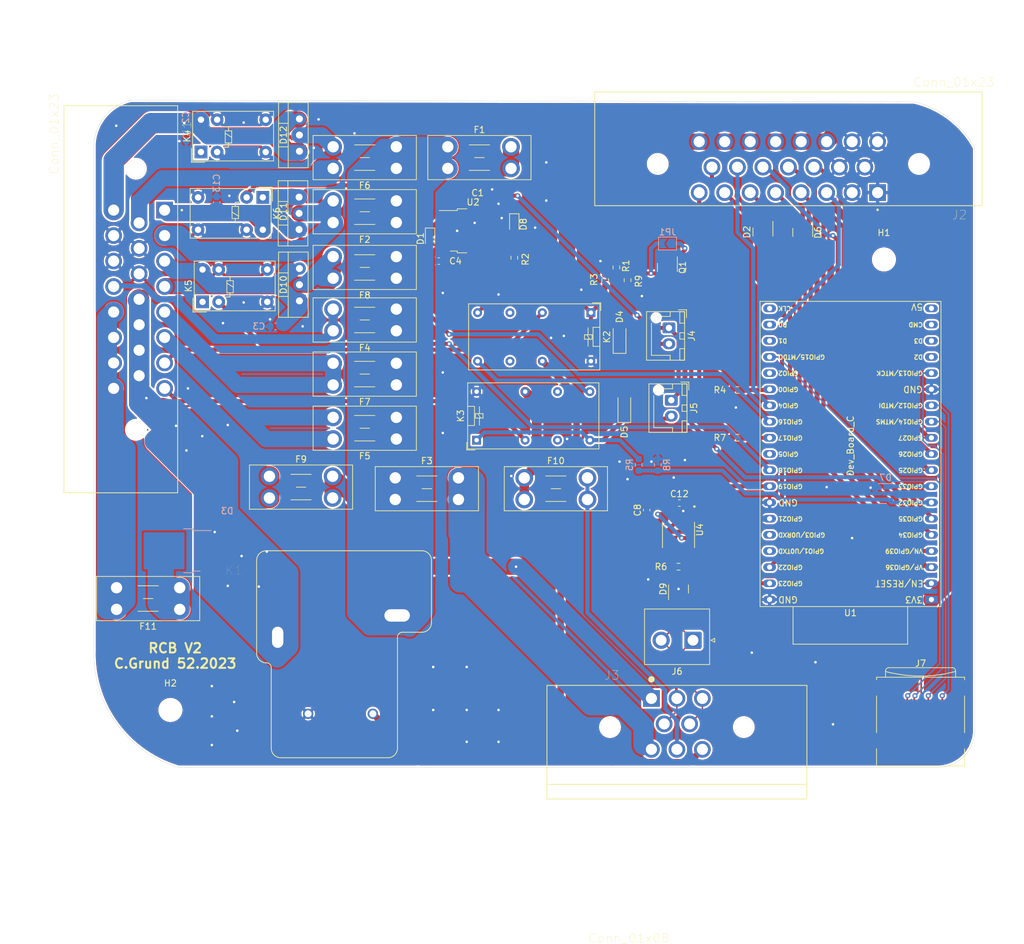
<source format=kicad_pcb>
(kicad_pcb (version 20211014) (generator pcbnew)
  (layers (0 "F.Cu" signal) (31 "B.Cu" signal) (34 "B.Paste" user) (35 "F.Paste" user) (36 "B.SilkS" user "B.Silkscreen") (37 "F.SilkS" user "F.Silkscreen") (38 "B.Mask" user) (39 "F.Mask" user) (44 "Edge.Cuts" user))
  (net 0 "")
  (net 1 "GND")
  (net 2 "/PUMP_RTRN_12V")
  (net 3 "INT_12V")
  (net 4 "+12V")
  (net 5 "/FAN_12V")
  (net 6 "BATT_12")
  (net 7 "/FAULT_LATCHER/IMD_SWITCH")
  (net 8 "/PUMP_12V")
  (net 9 "/BRAKE_12V")
  (net 10 "/BRAKE_RTRN_12V")
  (net 11 "/DCDC_IN")
  (net 12 "/FAULT_BMS")
  (net 13 "/FAULT_IMD")
  (net 14 "/BRB_RTN")
  (net 15 "/WHEEL_L")
  (net 16 "/WHEEL_R")
  (net 17 "/SUSPENSION_L")
  (net 18 "/SUSPENSION_R")
  (net 19 "/CAN_P")
  (net 20 "/CAN_N")
  (net 21 "VDD")
  (net 22 "/FAN_RTRN_12V")
  (net 23 "Net-(D8-Pad2)")
  (net 24 "/SSOK")
  (net 25 "/Controller/FAULT_IMD")
  (net 26 "/Controller/FAN_CTRL")
  (net 27 "/Controller/PUMP_CTRL")
  (net 28 "/Controller/BRAKE_CTRL")
  (net 33 "/Controller/CAN_MISO")
  (net 34 "/WATER_OUT-")
  (net 35 "/Controller/CAN_MOSI")
  (net 36 "/charge-controller/dcdc_fuse")
  (net 37 "/TSV")
  (net 38 "/WATER_IN-")
  (net 49 "BMS_12V")
  (net 50 "/RINE_12")
  (net 51 "/BRB_LOOP")
  (net 52 "/FRONT_12")
  (net 53 "/HVB_12")
  (net 56 "/Controller/FAULT_BMS")
  (net 57 "Net-(JP1-Pad2)")
  (net 59 "Net-(K2-Pad9)")
  (net 60 "Net-(D4-Pad1)")
  (net 61 "PAC1_1")
  (net 62 "PAC1_2")
  (net 63 "PAC2_1")
  (net 64 "PAC2_2")
  (net 65 "BMS_Therm_Out")
  (net 66 "/Controller/SD_CLK")
  (net 67 "/Controller/SD_MISO")
  (net 68 "/Controller/CS_SD")
  (net 70 "/Controller/SD_MOSI")
  (footprint "MountingHole:MountingHole_3.2mm_M3" (layer "F.Cu") (at 63.78 135.029)
    (fp_text reference "H2")
    (fp_text value "MountingHole")
  )
  (footprint "Diode_SMD:D_SOD-123" (layer "F.Cu") (at 135.03 87.6301 90)
    (fp_text reference "D5")
    (fp_text value "1N4148")
  )
  (footprint "Package_TO_SOT_THT:TO-220-3_Vertical" (layer "F.Cu") (at 84.03 70.779 90)
    (fp_text reference "D10")
    (fp_text value "FERD20M60ST")
  )
  (footprint "AERO_Footprints:Fuseholder_Blade_Mini_Keystone_3568" (layer "F.Cu") (at 107.32 46.579)
    (fp_text reference "F1")
    (fp_text value "2A")
  )
  (footprint "Connector_Card:microSD_HC_Wuerth_693072010801" (layer "F.Cu") (at 181.53 135.7015)
    (fp_text reference "J7")
    (fp_text value "Micro_SD_Card")
  )
  (footprint "AERO_Footprints:Fuseholder_Blade_Mini_Keystone_3568" (layer "F.Cu") (at 79.32 98.329)
    (fp_text reference "F9")
    (fp_text value "1A")
  )
  (footprint "Capacitor_SMD:C_0603_1608Metric_Pad1.08x0.95mm_HandSolder" (layer "F.Cu") (at 143.6675 102.529)
    (fp_text reference "C12")
    (fp_text value "0.1u")
  )
  (footprint "AERO_Footprints:SOIC127P600X175-8N" (layer "F.Cu") (at 143.53 107.529 -90)
    (fp_text reference "U4")
    (fp_text value "MAX33054EASA+T")
  )
  (footprint "Relay_THT:Relay_DPDT_Omron_G5V-2" (layer "F.Cu") (at 129.78 72.6301 -90)
    (fp_text reference "K2")
    (fp_text value "G5V-2")
  )
  (footprint "MountingHole:MountingHole_3.2mm_M3" (layer "F.Cu") (at 175.78 64.279)
    (fp_text reference "H1")
    (fp_text value "MountingHole")
  )
  (footprint "esp32:ESP32-DevKitC" (layer "F.Cu") (at 183.23 117.6824 180)
    (fp_text reference "U1")
    (fp_text value "Dev_Board_C")
  )
  (footprint "Connector_JST:JST_XH_B2B-XH-AM_1x02_P2.50mm_Vertical" (layer "F.Cu") (at 142.03 75.029 -90)
    (fp_text reference "J4")
    (fp_text value "JST-B2B-VERT-2PIN")
  )
  (footprint "AERO_Footprints:RELAY_T9VV1K15-12S" (layer "F.Cu") (at 89.9926 123.6131)
    (fp_text reference "K1")
    (fp_text value "T9VV1K15-12S")
  )
  (footprint "AERO_Footprints:Fuseholder_Blade_Mini_Keystone_3568" (layer "F.Cu") (at 99.24 75.479 180)
    (fp_text reference "F4")
    (fp_text value "2A")
  )
  (footprint "AERO_Footprints:TE_1-776280-1_8pin_Horizontal" (layer "F.Cu") (at 143.28 137.7165)
    (fp_text reference "J3")
    (fp_text value "Conn_01x08")
  )
  (footprint "Resistor_SMD:R_0603_1608Metric_Pad0.98x0.95mm_HandSolder" (layer "F.Cu") (at 133.78 65.529 -90)
    (fp_text reference "R1")
    (fp_text value "100k")
  )
  (footprint "Resistor_SMD:R_0603_1608Metric_Pad0.98x0.95mm_HandSolder" (layer "F.Cu") (at 135.53 67.529 -90)
    (fp_text reference "R9")
    (fp_text value "2.2K")
  )
  (footprint "Relay_THT:Relay_SPDT_Omron_G5V-1" (layer "F.Cu") (at 78.28 54.529 -90)
    (fp_text reference "K6")
    (fp_text value "G5V-1")
  )
  (footprint "Diode_SMD:D_0603_1608Metric_Pad1.05x0.95mm_HandSolder" (layer "F.Cu") (at 104.53 61.004 -90)
    (fp_text reference "D1")
    (fp_text value "TS4148C RZG")
  )
  (footprint "AERO_Footprints:Fuseholder_Blade_Mini_Keystone_3568" (layer "F.Cu") (at 99.24 67.229 180)
    (fp_text reference "F8")
    (fp_text value "2A")
  )
  (footprint "Resistor_SMD:R_0603_1608Metric_Pad0.98x0.95mm_HandSolder" (layer "F.Cu") (at 132.03 67.529 90)
    (fp_text reference "R3")
    (fp_text value "10K")
  )
  (footprint "Relay_THT:Relay_SPDT_Omron_G5V-1" (layer "F.Cu") (at 68.8225 70.9365 90)
    (fp_text reference "K5")
    (fp_text value "G5V-1")
  )
  (footprint "Capacitor_SMD:C_0603_1608Metric_Pad1.08x0.95mm_HandSolder" (layer "F.Cu") (at 105.9175 64.529 180)
    (fp_text reference "C4")
    (fp_text value "10uF")
  )
  (footprint "Capacitor_SMD:C_0603_1608Metric_Pad1.08x0.95mm_HandSolder" (layer "F.Cu") (at 138.53 103.6415 90)
    (fp_text reference "C8")
    (fp_text value "0.1u")
  )
  (footprint "Package_TO_SOT_THT:TO-220-3_Vertical" (layer "F.Cu") (at 83.975 59.569 90)
    (fp_text reference "D11")
    (fp_text value "FERD20M60ST")
  )
  (footprint "Diode_SMD:D_SOD-123" (layer "F.Cu") (at 134.28 76.779 90)
    (fp_text reference "D4")
    (fp_text value "1N4148")
  )
  (footprint "AERO_Footprints:Fuseholder_Blade_Mini_Keystone_3568" (layer "F.Cu") (at 99.24 83.979 180)
    (fp_text reference "F7")
    (fp_text value "5A")
  )
  (footprint "Package_TO_SOT_SMD:SOT-23" (layer "F.Cu") (at 143.53 116.029 90)
    (fp_text reference "D9")
    (fp_text value "DESD2CAN2SOQ-7")
  )
  (footprint "Resistor_SMD:R_0603_1608Metric_Pad0.98x0.95mm_HandSolder" (layer "F.Cu") (at 152.78 84.779 180)
    (fp_text reference "R4")
    (fp_text value "1k")
  )
  (footprint "Relay_THT:Relay_SPDT_Omron_G5V-1" (layer "F.Cu") (at 68.5725 47.4066 90)
    (fp_text reference "K4")
    (fp_text value "G5V-1")
  )
  (footprint "Package_TO_SOT_SMD:SOT-23" (layer "F.Cu") (at 163.03 60.029 -90)
    (fp_text reference "D6")
    (fp_text value "SP0502BAHT")
  )
  (footprint "AERO_Footprints:Fuseholder_Blade_Mini_Keystone_3568" (layer "F.Cu") (at 119.32 98.579)
    (fp_text reference "F10")
    (fp_text value "2A")
  )
  (footprint "Resistor_SMD:R_0603_1608Metric_Pad0.98x0.95mm_HandSolder" (layer "F.Cu") (at 143.53 112.529 180)
    (fp_text reference "R6")
    (fp_text value "120")
  )
  (footprint "AERO_Footprints:Fuseholder_Blade_Mini_Keystone_3568" (layer "F.Cu") (at 99.24 49.979 180)
    (fp_text reference "F6")
    (fp_text value "15A")
  )
  (footprint "Connector_JST:JST_XH_B2B-XH-AM_1x02_P2.50mm_Vertical" (layer "F.Cu") (at 142.3975 86.3801 -90)
    (fp_text reference "J5")
    (fp_text value "JST-B2B-VERT-2PIN")
  )
  (footprint "AERO_Footprints:Fuseholder_Blade_Mini_Keystone_3568" (layer "F.Cu") (at 65.24 119.229 180)
    (fp_text reference "F11")
    (fp_text value "20A")
  )
  (footprint "AERO_Footprints:Fuseholder_Blade_Mini_Keystone_3568" (layer "F.Cu") (at 99.24 58.479 180)
    (fp_text reference "F2")
    (fp_text value "10A")
  )
  (footprint "Relay_THT:Relay_DPDT_Omron_G5V-2" (layer "F.Cu") (at 111.84 92.6551 90)
    (fp_text reference "K3")
    (fp_text value "G5V-2")
  )
  (footprint "AERO_Footprints:TE_1-770669-1_23pin_Horizontal" (layer "F.Cu") (at 62.8675 56.529 -90)
    (fp_text reference "J1")
    (fp_text value "Conn_01x23")
  )
  (footprint "Resistor_SMD:R_0603_1608Metric_Pad0.98x0.95mm_HandSolder" (layer "F.Cu") (at 152.78 92.279 180)
    (fp_text reference "R7")
    (fp_text value "1k")
  )
  (footprint "AERO_Footprints:Fuseholder_Blade_Mini_Keystone_3568" (layer "F.Cu") (at 99.24 92.479 180)
    (fp_text reference "F5")
    (fp_text value "5A")
  )
  (footprint "Capacitor_SMD:C_0603_1608Metric_Pad1.08x0.95mm_HandSolder" (layer "F.Cu") (at 112.005 55.254)
    (fp_text reference "C1")
    (fp_text value "10uF")
  )
  (footprint "AERO_Footprints:Fuseholder_Blade_Mini_Keystone_3568" (layer "F.Cu") (at 99.07 98.579)
    (fp_text reference "F3")
    (fp_text value "15A")
  )
  (footprint "Resistor_SMD:R_0603_1608Metric_Pad0.98x0.95mm_HandSolder" (layer "F.Cu") (at 117.755 64.004 90)
    (fp_text reference "R2")
    (fp_text value "330")
  )
  (footprint "AERO_Footprints:TE_1-770669-1_23pin_Horizontal" (layer "F.Cu") (at 174.78 53.779 180)
    (fp_text reference "J2")
    (fp_text value "Conn_01x23")
  )
  (footprint "Connector_JST:JST_NV_B02P-NV_1x02_P5.00mm_Vertical" (layer "F.Cu") (at 145.8075 124.079 180)
    (fp_text reference "J6")
    (fp_text value "Conn_01x02")
  )
  (footprint "LED_SMD:LED_0603_1608Metric_Pad1.05x0.95mm_HandSolder" (layer "F.Cu") (at 117.755 58.754 -90)
    (fp_text reference "D8")
    (fp_text value "LED")
  )
  (footprint "Package_TO_SOT_SMD:SOT-23" (layer "F.Cu") (at 141.78 65.529 -90)
    (fp_text reference "Q1")
    (fp_text value "2N7002")
  )
  (footprint "Package_TO_SOT_SMD:TO-252-2" (layer "F.Cu") (at 111.28 59.779)
    (fp_text reference "U2")
    (fp_text value "TS2940CP33_ROG")
  )
  (footprint "Package_TO_SOT_THT:TO-220-3_Vertical" (layer "F.Cu") (at 84.03 47.279 90)
    (fp_text reference "D12")
    (fp_text value "FERD20M60ST")
  )
  (footprint "Package_TO_SOT_SMD:SOT-23" (layer "F.Cu") (at 156.78 59.9665 -90)
    (fp_text reference "D2")
    (fp_text value "SP0502BAHT")
  )
  (footprint "Capacitor_SMD:C_0603_1608Metric_Pad1.08x0.95mm_HandSolder" (layer "B.Cu") (at 66.28 44.779 -90)
    (fp_text reference "C2")
    (fp_text value "1u")
  )
  (footprint "Package_TO_SOT_SMD:TO-252-2" (layer "B.Cu") (at 64.88 110.029 180)
    (fp_text reference "D3")
    (fp_text value "D_KAK")
  )
  (footprint "Jumper:SolderJumper-2_P1.3mm_Open_TrianglePad1.0x1.5mm" (layer "B.Cu") (at 141.805 61.779 180)
    (fp_text reference "JP1")
    (fp_text value "SolderJumper_2_Open")
  )
  (footprint "Resistor_SMD:R_0603_1608Metric_Pad0.98x0.95mm_HandSolder" (layer "B.Cu") (at 140.28 96.529 90)
    (fp_text reference "R8")
    (fp_text value "2.2K")
  )
  (footprint "Capacitor_SMD:C_0603_1608Metric_Pad1.08x0.95mm_HandSolder" (layer "B.Cu") (at 71.03 55.279 90)
    (fp_text reference "C13")
    (fp_text value "1u")
  )
  (footprint "Capacitor_SMD:C_0603_1608Metric_Pad1.08x0.95mm_HandSolder" (layer "B.Cu") (at 80.28 74.779 180)
    (fp_text reference "C3")
    (fp_text value "1u")
  )
  (footprint "Resistor_SMD:R_0603_1608Metric_Pad0.98x0.95mm_HandSolder" (layer "B.Cu") (at 137.28 96.529 -90)
    (fp_text reference "R5")
    (fp_text value "10K")
  )
  (footprint "Package_TO_SOT_SMD:SOT-23" (layer "B.Cu") (at 175.53 101.029 180)
    (fp_text reference "D7")
    (fp_text value "SP0502BAHT")
  )
  (gr_arc (start 180.53 39.529) (mid 186.060477 42.131306) (end 190.03 46.779) (layer "Edge.Cuts") (width 0.05))
  (gr_line (start 65.03 144.029) (end 184.28 144.029) (layer "Edge.Cuts") (width 0.05))
  (gr_line (start 180.53 39.529) (end 57.53 39.279) (layer "Edge.Cuts") (width 0.05))
  (gr_arc (start 65.03 144.029) (mid 55.240683 137.045335) (end 51.78 125.529) (layer "Edge.Cuts") (width 0.05))
  (gr_line (start 51.78 46.029) (end 51.78 125.529) (layer "Edge.Cuts") (width 0.05))
  (gr_line (start 190.03 137.779) (end 190.03 46.779) (layer "Edge.Cuts") (width 0.05))
  (gr_arc (start 190.03 137.779) (mid 188.489228 142.13149) (end 184.28 144.029) (layer "Edge.Cuts") (width 0.05))
  (gr_arc (start 51.78 46.029) (mid 53.558175 41.719668) (end 57.53 39.279) (layer "Edge.Cuts") (width 0.05))
  (gr_text "RCB V2\nC.Grund 52.2023" (at 64.53 126.529) (layer "F.SilkS") (effects (font (size 1.5 1.5) (thickness 0.3))))
  (via (at 55.28 43.279) (size 0.8) (drill 0.4) (layers "F.Cu" "B.Cu") (net 1))
  (via (at 73.03 54.279) (size 0.8) (drill 0.4) (layers "F.Cu" "B.Cu") (net 1))
  (via (at 167.78 137.279) (size 0.8) (drill 0.4) (layers "F.Cu" "B.Cu") (net 1))
  (via (at 152.53 87.529) (size 0.8) (drill 0.4) (layers "F.Cu" "B.Cu") (net 1))
  (via (at 144.28 103.779) (size 0.8) (drill 0.4) (layers "F.Cu" "B.Cu") (net 1))
  (via (at 128.28 69.029) (size 0.8) (drill 0.4) (layers "F.Cu" "B.Cu") (net 1))
  (via (at 115.28 135.029) (size 0.8) (drill 0.4) (layers "F.Cu" "B.Cu") (net 1))
  (via (at 106.53 82.029) (size 0.8) (drill 0.4) (layers "F.Cu" "B.Cu") (net 1))
  (via (at 108.78 59.779) (size 0.8) (drill 0.4) (layers "F.Cu" "B.Cu") (net 1))
  (via (at 105.03 135.029) (size 0.8) (drill 0.4) (layers "F.Cu" "B.Cu") (net 1))
  (via (at 87.03 42.279) (size 0.8) (drill 0.4) (layers "F.Cu" "B.Cu") (net 1))
  (via (at 105.03 128.279) (size 0.8) (drill 0.4) (layers "F.Cu" "B.Cu") (net 1))
  (via (at 122.78 55.029) (size 0.8) (drill 0.4) (layers "F.Cu" "B.Cu") (net 1))
  (via (at 110.28 135.029) (size 0.8) (drill 0.4) (layers "F.Cu" "B.Cu") (net 1))
  (via (at 165.03 127.529) (size 0.8) (drill 0.4) (layers "F.Cu" "B.Cu") (net 1))
  (via (at 143.53 116.029) (size 0.8) (drill 0.4) (layers "F.Cu" "B.Cu") (net 1))
  (via (at 110.28 140.029) (size 0.8) (drill 0.4) (layers "F.Cu" "B.Cu") (net 1))
  (via (at 70.28 131.279) (size 0.8) (drill 0.4) (layers "F.Cu" "B.Cu") (net 1))
  (via (at 70.28 136.029) (size 0.8) (drill 0.4) (layers "F.Cu" "B.Cu") (net 1))
  (via (at 115.28 140.029) (size 0.8) (drill 0.4) (layers "F.Cu" "B.Cu") (net 1))
  (via (at 125.53 76.279) (size 0.8) (drill 0.4) (layers "F.Cu" "B.Cu") (net 1))
  (via (at 72.03 74.279) (size 0.8) (drill 0.4) (layers "F.Cu" "B.Cu") (net 1))
  (via (at 110.28 128.279) (size 0.8) (drill 0.4) (layers "F.Cu" "B.Cu") (net 1))
  (via (at 166.78 100.029) (size 0.8) (drill 0.4) (layers "F.Cu" "B.Cu") (net 1))
  (via (at 106.53 91.529) (size 0.8) (drill 0.4) (layers "F.Cu" "B.Cu") (net 1))
  (via (at 74.28 138.279) (size 0.8) (drill 0.4) (layers "F.Cu" "B.Cu") (net 1))
  (via (at 144.53 95.779) (size 0.8) (drill 0.4) (layers "F.Cu" "B.Cu") (net 1))
  (via (at 142.78 98.529) (size 0.8) (drill 0.4) (layers "F.Cu" "B.Cu") (net 1))
  (via (at 115.78 57.779) (size 0.8) (drill 0.4) (layers "F.Cu" "B.Cu") (net 1))
  (via (at 135.53 98.779) (size 0.8) (drill 0.4) (layers "F.Cu" "B.Cu") (net 1))
  (via (at 84.53 74.779) (size 0.8) (drill 0.4) (layers "F.Cu" "B.Cu") (net 1))
  (via (at 115.28 69.779) (size 0.8) (drill 0.4) (layers "F.Cu" "B.Cu") (net 1))
  (via (at 75.28 71.029) (size 0.8) (drill 0.4) (layers "F.Cu" "B.Cu") (net 1))
  (via (at 114.28 53.279) (size 0.8) (drill 0.4) (layers "F.Cu" "B.Cu") (net 1))
  (via (at 137.78 70.029) (size 0.8) (drill 0.4) (layers "F.Cu" "B.Cu") (net 1))
  (via (at 155.03 126.029) (size 0.8) (drill 0.4) (layers "F.Cu" "B.Cu") (net 1))
  (via (at 73.78 133.779) (size 0.8) (drill 0.4) (layers "F.Cu" "B.Cu") (net 1))
  (via (at 131.28 64.529) (size 0.8) (drill 0.4) (layers "F.Cu" "B.Cu") (net 1))
  (via (at 70.28 140.529) (size 0.8) (drill 0.4) (layers "F.Cu" "B.Cu") (net 1))
  (via (at 170.78 108.029) (size 0.8) (drill 0.4) (layers "F.Cu" "B.Cu") (net 1))
  (via (at 134.28 96.029) (size 0.8) (drill 0.4) (layers "F.Cu" "B.Cu") (net 1))
  (via (at 117.28 98.279) (size 0.8) (drill 0.4) (layers "F.Cu" "B.Cu") (net 1))
  (via (at 138.78 114.529) (size 0.8) (drill 0.4) (layers "F.Cu" "B.Cu") (net 1))
  (via (at 121.03 59.279) (size 0.8) (drill 0.4) (layers "F.Cu" "B.Cu") (net 1))
  (via (at 79.4175 73.6794) (size 0.8) (drill 0.4) (layers "F.Cu" "B.Cu") (net 1))
  (via (at 66.53 84.529) (size 0.8) (drill 0.4) (layers "F.Cu" "B.Cu") (net 1))
  (via (at 65.178 45.6977) (size 0.8) (drill 0.4) (layers "F.Cu" "B.Cu") (net 1))
  (via (at 111.53 58.529) (size 0.8) (drill 0.4) (layers "F.Cu" "B.Cu") (net 1))
  (via (at 122.78 49.029) (size 0.8) (drill 0.4) (layers "F.Cu" "B.Cu") (net 1))
  (via (at 72.78 90.279) (size 0.8) (drill 0.4) (layers "F.Cu" "B.Cu") (net 1))
  (via (at 139.28 96.029) (size 0.8) (drill 0.4) (layers "F.Cu" "B.Cu") (net 1))
  (via (at 75.28 42.779) (size 0.8) (drill 0.4) (layers "F.Cu" "B.Cu") (net 1))
  (via (at 106.53 69.529) (size 0.8) (drill 0.4) (layers "F.Cu" "B.Cu") (net 1))
  (via (at 115.28 55.529) (size 0.8) (drill 0.4) (layers "F.Cu" "B.Cu") (net 1))
  (via (at 173.679 100.115) (size 0.8) (drill 0.4) (layers "F.Cu" "B.Cu") (net 1))
  (segment (start 174.136 100.572) (end 174.364 100.801) (width 0.25) (layer "B.Cu") (net 1))
  (segment (start 65.178 45.6977) (end 66.2238 45.6977) (width 0.25) (layer "B.Cu") (net 1))
  (segment (start 66.2238 45.6977) (end 66.28 45.6415) (width 0.25) (layer "B.Cu") (net 1))
  (segment (start 73.03 54.279) (end 71.1675 54.279) (width 0.25) (layer "B.Cu") (net 1))
  (segment (start 79.4175 73.6794) (end 79.4175 74.779) (width 0.25) (layer "B.Cu") (net 1))
  (segment (start 139.868 96.029) (end 140.28 95.617) (width 0.25) (layer "B.Cu") (net 1))
  (segment (start 140.28 95.617) (end 140.28 95.6165) (width 0.25) (layer "B.Cu") (net 1))
  (segment (start 139.28 96.029) (end 139.868 96.029) (width 0.25) (layer "B.Cu") (net 1))
  (segment (start 71.1675 54.279) (end 71.03 54.4165) (width 0.25) (layer "B.Cu") (net 1))
  (segment (start 173.679 100.115) (end 174.136 100.572) (width 0.25) (layer "B.Cu") (net 1))
  (segment (start 79.7971 44.7961) (end 82.243 47.242) (width 2.54) (layer "F.Cu") (net 2))
  (segment (start 69.5896 44.7961) (end 79.7971 44.7961) (width 2.54) (layer "F.Cu") (net 2))
  (segment (start 79.3895 44.3735) (end 70.0895 44.3735) (width 0.635) (layer "F.Cu") (net 2))
  (segment (start 65.9525 42.8565) (end 60.8561 42.8565) (width 3.175) (layer "F.Cu") (net 2))
  (segment (start 68.5725 43.779) (end 69.5896 44.7961) (width 2.54) (layer "F.Cu") (net 2))
  (segment (start 68.5725 42.8266) (end 68.5725 42.8565) (width 2.54) (layer "F.Cu") (net 2))
  (segment (start 60.8561 42.8565) (end 54.8675 48.8451) (width 3.175) (layer "F.Cu") (net 2))
  (segment (start 82.375 42.199) (end 82.335 42.239) (width 0.635) (layer "F.Cu") (net 2))
  (segment (start 83.993 47.242) (end 84.03 47.242) (width 2.54) (layer "F.Cu") (net 2))
  (segment (start 65.9824 42.8266) (end 68.5725 42.8266) (width 2.54) (layer "F.Cu") (net 2))
  (segment (start 65.9824 42.8266) (end 65.9525 42.8565) (width 0.25) (layer "F.Cu") (net 2))
  (segment (start 70.0895 44.3735) (end 68.5725 42.8565) (width 0.635) (layer "F.Cu") (net 2))
  (segment (start 54.8675 48.8451) (end 54.8675 56.529) (width 3.175) (layer "F.Cu") (net 2))
  (segment (start 81.524 42.239) (end 79.3895 44.3735) (width 0.635) (layer "F.Cu") (net 2))
  (segment (start 82.335 42.239) (end 81.524 42.239) (width 0.635) (layer "F.Cu") (net 2))
  (segment (start 83.993 47.242) (end 84.03 47.279) (width 0.25) (layer "F.Cu") (net 2))
  (segment (start 83.3658 42.199) (end 82.375 42.199) (width 0.635) (layer "F.Cu") (net 2))
  (segment (start 83.3658 42.2895) (end 82.792 42.2895) (width 2.54) (layer "F.Cu") (net 2))
  (segment (start 68.5725 42.8565) (end 68.5725 43.779) (width 2.54) (layer "F.Cu") (net 2))
  (segment (start 83.9395 42.2895) (end 83.3658 42.2895) (width 2.54) (layer "F.Cu") (net 2))
  (segment (start 83.3658 42.2895) (end 83.3658 42.199) (width 0.25) (layer "F.Cu") (net 2))
  (segment (start 65.9525 42.8266) (end 65.9824 42.8266) (width 2.54) (layer "F.Cu") (net 2))
  (segment (start 82.243 47.242) (end 83.993 47.242) (width 2.54) (layer "F.Cu") (net 2))
  (segment (start 82.792 42.2895) (end 81.03 44.0514) (width 2.54) (layer "F.Cu") (net 2))
  (via (at 65.9525 42.8565) (size 0.8) (drill 0.4) (layers "F.Cu" "B.Cu") (net 2))
  (segment (start 79.6288 44.9371) (end 81.202 43.3639) (width 2.54) (layer "B.Cu") (net 2))
  (segment (start 68.5725 42.3266) (end 68.5725 43.8215) (width 2.54) (layer "B.Cu") (net 2))
  (segment (start 81.202 43.6155) (end 82.28 42.5375) (width 2.54) (layer "B.Cu") (net 2))
  (segment (start 81.202 43.6155) (end 81.202 46.701) (width 2.54) (layer "B.Cu") (net 2))
  (segment (start 82.28 42.2859) (end 81.202 43.3638) (width 2.54) (layer "B.Cu") (net 2))
  (segment (start 69.6881 44.9371) (end 79.6288 44.9371) (width 2.54) (layer "B.Cu") (net 2))
  (segment (start 79.8804 44.9371) (end 81.202 43.6155) (width 2.54) (layer "B.Cu") (net 2))
  (segment (start 81.202 43.3639) (end 81.202 43.4769) (width 2.54) (layer "B.Cu") (net 2))
  (segment (start 66.4825 43.3865) (end 65.9525 42.8565) (width 0.254) (layer "B.Cu") (net 2))
  (segment (start 83.7905 47.5185) (end 84.03 47.279) (width 0.25) (layer "B.Cu") (net 2))
  (segment (start 54.8675 56.529) (end 54.8675 48.6915) (width 3.175) (layer "B.Cu") (net 2))
  (segment (start 82.0195 47.5185) (end 83.7905 47.5185) (width 2.54) (layer "B.Cu") (net 2))
  (segment (start 65.9525 42.8565) (end 68.3255 42.8565) (width 3.175) (layer "B.Cu") (net 2))
  (segment (start 60.7025 42.8565) (end 65.9525 42.8565) (width 3.175) (layer "B.Cu") (net 2))
  (segment (start 54.8675 48.6915) (end 60.7025 42.8565) (width 3.175) (layer "B.Cu") (net 2))
  (segment (start 66.4825 43.3865) (end 66.28 43.589) (width 0.25) (layer "B.Cu") (net 2))
  (segment (start 82.3669 42.199) (end 82.28 42.2859) (width 0.635) (layer "B.Cu") (net 2))
  (segment (start 82.28 42.5375) (end 82.28 42.2859) (width 2.54) (layer "B.Cu") (net 2))
  (segment (start 81.202 43.3639) (end 82.28 42.2859) (width 2.54) (layer "B.Cu") (net 2))
  (segment (start 84.03 42.199) (end 82.3669 42.199) (width 0.635) (layer "B.Cu") (net 2))
  (segment (start 81.202 43.4769) (end 81.202 43.6155) (width 2.54) (layer "B.Cu") (net 2))
  (segment (start 68.5725 43.8215) (end 69.6881 44.9371) (width 2.54) (layer "B.Cu") (net 2))
  (segment (start 81.202 46.701) (end 82.0195 47.5185) (width 2.54) (layer "B.Cu") (net 2))
  (segment (start 66.28 43.589) (end 66.28 43.9165) (width 0.25) (layer "B.Cu") (net 2))
  (segment (start 81.202 43.4769) (end 79.8804 44.9371) (width 2.54) (layer "B.Cu") (net 2))
  (segment (start 83.7905 47.5185) (end 84.03 47.5185) (width 2.54) (layer "B.Cu") (net 2))
  (segment (start 81.202 43.3638) (end 81.202 43.3639) (width 2.54) (layer "B.Cu") (net 2))
  (segment (start 82.28 42.2859) (end 81.202 43.4769) (width 2.54) (layer "B.Cu") (net 2))
  (segment (start 142.03 75.029) (end 143.547 76.546) (width 0.635) (layer "F.Cu") (net 3))
  (segment (start 142.47 86.309) (end 142.398 86.38) (width 0.635) (layer "F.Cu") (net 3))
  (segment (start 107.08 57.499) (end 107.08 57.579) (width 2.54) (layer "F.Cu") (net 3))
  (segment (start 118.263 54.262) (end 110.187 54.262) (width 0.635) (layer "F.Cu") (net 3))
  (segment (start 109.725 53.334) (end 109.725 54.724) (width 2.54) (layer "F.Cu") (net 3))
  (segment (start 117.24 49.979) (end 113.08 49.979) (width 2.54) (layer "F.Cu") (net 3))
  (segment (start 143.547 76.546) (end 143.547 85.231) (width 0.635) (layer "F.Cu") (net 3))
  (segment (start 142.47 86.309) (end 142.398 86.38) (width 0.25) (layer "F.Cu") (net 3))
  (segment (start 111.142 55.254) (end 110.255 55.254) (width 0.635) (layer "F.Cu") (net 3))
  (segment (start 117.24 46.579) (end 117.24 49.979) (width 2.54) (layer "F.Cu") (net 3))
  (segment (start 118.28 54.279) (end 118.263 54.262) (width 0.635) (layer "F.Cu") (net 3))
  (segment (start 113.08 49.979) (end 109.725 53.334) (width 2.54) (layer "F.Cu") (net 3))
  (segment (start 142.685 86.093) (end 142.542 86.237) (width 0.25) (layer "F.Cu") (net 3))
  (segment (start 142.685 86.093) (end 142.542 86.237) (width 0.635) (layer "F.Cu") (net 3))
  (segment (start 142.469 86.309) (end 142.4335 86.3445) (width 0.25) (layer "F.Cu") (net 3))
  (segment (start 142.541 86.237) (end 142.469 86.309) (width 0.25) (layer "F.Cu") (net 3))
  (segment (start 139.03 75.029) (end 142.03 75.029) (width 0.635) (layer "F.Cu") (net 3))
  (segment (start 111.142 55.254) (end 111.1425 55.254) (width 0.25) (layer "F.Cu") (net 3))
  (segment (start 142.4335 86.3445) (end 142.398 86.38) (width 0.25) (layer "F.Cu") (net 3))
  (segment (start 110.255 55.254) (end 109.725 54.724) (width 0.635) (layer "F.Cu") (net 3))
  (segment (start 142.47 86.309) (end 142.469 86.309) (width 0.25) (layer "F.Cu") (net 3))
  (segment (start 142.542 86.237) (end 142.47 86.309) (width 0.635) (layer "F.Cu") (net 3))
  (segment (start 142.542 86.237) (end 142.47 86.309) (width 0.25) (layer "F.Cu") (net 3))
  (segment (start 142.542 86.237) (end 142.541 86.237) (width 0.25) (layer "F.Cu") (net 3))
  (segment (start 142.972 85.805) (end 142.685 86.093) (width 0.635) (layer "F.Cu") (net 3))
  (segment (start 143.547 85.231) (end 142.972 85.805) (width 0.635) (layer "F.Cu") (net 3))
  (segment (start 142.469 86.309) (end 142.4335 86.3445) (width 0.25) (layer "F.Cu") (net 3))
  (segment (start 137.03 73.029) (end 139.03 75.029) (width 0.635) (layer "F.Cu") (net 3))
  (segment (start 107.08 55.979) (end 107.08 57.499) (width 2.54) (layer "F.Cu") (net 3))
  (segment (start 142.4331 86.3445) (end 142.3975 86.3801) (width 0.25) (layer "F.Cu") (net 3))
  (segment (start 142.4335 86.3445) (end 142.398 86.38) (width 0.25) (layer "F.Cu") (net 3))
  (segment (start 109.725 53.334) (end 107.08 55.979) (width 2.54) (layer "F.Cu") (net 3))
  (segment (start 110.187 54.262) (end 109.725 54.724) (width 0.635) (layer "F.Cu") (net 3))
  (segment (start 104.53 60.129) (end 107.08 57.579) (width 1.5) (layer "F.Cu") (net 3))
  (segment (start 142.4335 86.3445) (end 142.4331 86.3445) (width 0.25) (layer "F.Cu") (net 3))
  (via (at 137.03 73.029) (size 0.8) (drill 0.4) (layers "F.Cu" "B.Cu") (net 3))
  (via (at 118.28 54.279) (size 0.8) (drill 0.4) (layers "F.Cu" "B.Cu") (net 3))
  (segment (start 137.03 73.029) (end 118.28 54.279) (width 0.635) (layer "B.Cu") (net 3))
  (segment (start 96.684 120.183) (end 93.03 116.529) (width 2.54) (layer "B.Cu") (net 4))
  (segment (start 99.24 67.229) (end 99.24 72.079) (width 3.175) (layer "B.Cu") (net 4))
  (segment (start 99.24 46.579) (end 107.32 46.579) (width 3.175) (layer "B.Cu") (net 4))
  (segment (start 99.24 49.979) (end 99.24 55.079) (width 3.175) (layer "B.Cu") (net 4))
  (segment (start 95.28 116.224) (end 95.408 116.224) (width 2.54) (layer "B.Cu") (net 4))
  (segment (start 95.408 116.224) (end 99.368 120.183) (width 2.54) (layer "B.Cu") (net 4))
  (segment (start 99.24 58.479) (end 99.24 63.829) (width 3.175) (layer "B.Cu") (net 4))
  (segment (start 101.03 122.029) (end 101.28 122.279) (width 2.54) (layer "B.Cu") (net 4))
  (segment (start 99.24 46.579) (end 100.94 48.279) (width 2.54) (layer "B.Cu") (net 4))
  (segment (start 99.24 63.829) (end 99.24 67.229) (width 3.175) (layer "B.Cu") (net 4))
  (segment (start 100.94 48.279) (end 106.78 48.279) (width 2.54) (layer "B.Cu") (net 4))
  (segment (start 101.435 50.274) (end 101.73 49.979) (width 3.175) (layer "B.Cu") (net 4))
  (segment (start 99.24 98.579) (end 99.24 101.979) (width 3.175) (layer "B.Cu") (net 4))
  (segment (start 101.435 110.184) (end 101.435 50.274) (width 3.175) (layer "B.Cu") (net 4))
  (segment (start 99.24 75.479) (end 99.24 80.579) (width 3.175) (layer "B.Cu") (net 4))
  (segment (start 99.24 80.579) (end 99.24 83.979) (width 3.175) (layer "B.Cu") (net 4))
  (segment (start 103.126 120.183) (end 103.78 119.529) (width 2.54) (layer "B.Cu") (net 4))
  (segment (start 94.78 49.029) (end 97.23 46.579) (width 2.54) (layer "B.Cu") (net 4))
  (segment (start 103.78 119.529) (end 103.78 52.619) (width 2.54) (layer "B.Cu") (net 4))
  (segment (start 99.24 92.479) (end 99.24 98.579) (width 3.175) (layer "B.Cu") (net 4))
  (segment (start 99.24 46.579) (end 96.78 49.039) (width 3.175) (layer "B.Cu") (net 4))
  (segment (start 106.42 49.979) (end 103.78 52.619) (width 3.175) (layer "B.Cu") (net 4))
  (segment (start 99.24 55.079) (end 99.24 58.479) (width 3.175) (layer "B.Cu") (net 4))
  (segment (start 95.03 122.029) (end 101.03 122.029) (width 2.54) (layer "B.Cu") (net 4))
  (segment (start 101.435 117.184) (end 99.685 117.184) (width 2.54) (layer "B.Cu") (net 4))
  (segment (start 99.24 72.079) (end 99.24 75.479) (width 3.175) (layer "B.Cu") (net 4))
  (segment (start 99.24 83.979) (end 99.24 89.079) (width 3.175) (layer "B.Cu") (net 4))
  (segment (start 101.73 49.979) (end 99.24 49.979) (width 3.175) (layer "B.Cu") (net 4))
  (segment (start 92.78 51.029) (end 92.78 119.779) (width 2.54) (layer "B.Cu") (net 4))
  (segment (start 92.78 119.779) (end 95.03 122.029) (width 2.54) (layer "B.Cu") (net 4))
  (segment (start 99.368 120.183) (end 99.3675 120.183) (width 2.54) (layer "B.Cu") (net 4))
  (segment (start 99.24 107.989) (end 99.24 117.184) (width 3.175) (layer "B.Cu") (net 4))
  (segment (start 99.685 117.184) (end 99.24 117.184) (width 2.54) (layer "B.Cu") (net 4))
  (segment (start 99.685 117.184) (end 101.03 118.529) (width 2.54) (layer "B.Cu") (net 4))
  (segment (start 99.3675 120.183) (end 99.3676 120.1831) (width 0.25) (layer "B.Cu") (net 4))
  (segment (start 96.78 114.724) (end 99.24 117.184) (width 3.175) (layer "B.Cu") (net 4))
  (segment (start 97.23 46.579) (end 99.24 46.579) (width 2.54) (layer "B.Cu") (net 4))
  (segment (start 107.32 49.979) (end 106.42 49.979) (width 3.175) (layer "B.Cu") (net 4))
  (segment (start 93.03 116.529) (end 93.03 115.779) (width 2.54) (layer "B.Cu") (net 4))
  (segment (start 99.24 101.979) (end 99.24 107.989) (width 3.175) (layer "B.Cu") (net 4))
  (segment (start 94.78 49.029) (end 92.78 51.029) (width 2.54) (layer "B.Cu") (net 4))
  (segment (start 94.78 114.029) (end 94.78 49.029) (width 2.54) (layer "B.Cu") (net 4))
  (segment (start 106.42 49.979) (end 101.73 49.979) (width 3.175) (layer "B.Cu") (net 4))
  (segment (start 99.24 89.079) (end 99.24 92.479) (width 3.175) (layer "B.Cu") (net 4))
  (segment (start 99.24 107.989) (end 101.435 110.184) (width 3.175) (layer "B.Cu") (net 4))
  (segment (start 103.126 120.433) (end 103.126 120.183) (width 2.54) (layer "B.Cu") (net 4))
  (segment (start 93.03 115.779) (end 94.78 114.029) (width 2.54) (layer "B.Cu") (net 4))
  (segment (start 99.07 98.579) (end 99.24 98.579) (width 0.25) (layer "B.Cu") (net 4))
  (segment (start 101.435 110.184) (end 101.435 117.184) (width 3.175) (layer "B.Cu") (net 4))
  (segment (start 99.07 101.979) (end 99.24 101.979) (width 0.25) (layer "B.Cu") (net 4))
  (segment (start 103.78 119.529) (end 101.435 117.184) (width 2.54) (layer "B.Cu") (net 4))
  (segment (start 99.368 120.183) (end 103.126 120.183) (width 2.54) (layer "B.Cu") (net 4))
  (segment (start 103.78 52.619) (end 101.435 50.274) (width 2.54) (layer "B.Cu") (net 4))
  (segment (start 96.78 49.039) (end 96.78 114.724) (width 3.175) (layer "B.Cu") (net 4))
  (segment (start 99.3675 120.183) (end 96.684 120.183) (width 2.54) (layer "B.Cu") (net 4))
  (segment (start 96.78 114.724) (end 95.28 116.224) (width 2.54) (layer "B.Cu") (net 4))
  (segment (start 101.28 122.279) (end 103.126 120.433) (width 2.54) (layer "B.Cu") (net 4))
  (segment (start 87.37 57.029) (end 83.975 57.029) (width 2.54) (layer "F.Cu") (net 5))
  (segment (start 89.32 58.479) (end 87.87 57.029) (width 2.54) (layer "F.Cu") (net 5))
  (segment (start 87.37 57.029) (end 89.32 55.079) (width 1.5) (layer "F.Cu") (net 5))
  (segment (start 87.87 57.029) (end 87.37 57.029) (width 2.54) (layer "F.Cu") (net 5))
  (segment (start 83.28 63.029) (end 83.53 62.779) (width 3.175) (layer "B.Cu") (net 5))
  (segment (start 87.3846 57.0144) (end 85.2946 57.0144) (width 2.54) (layer "B.Cu") (net 5))
  (segment (start 83.53 62.779) (end 85.28 62.779) (width 3.175) (layer "B.Cu") (net 5))
  (segment (start 67.5986 63.029) (end 83.28 63.029) (width 3.175) (layer "B.Cu") (net 5))
  (segment (start 89.32 58.739) (end 89.32 58.479) (width 3.175) (layer "B.Cu") (net 5))
  (segment (start 62.8675 60.529) (end 65.0986 60.529) (width 3.175) (layer "B.Cu") (net 5))
  (segment (start 87.37 57.029) (end 83.975 57.029) (width 1.5) (layer "B.Cu") (net 5))
  (segment (start 87.8554 57.0144) (end 87.3846 57.0144) (width 2.54) (layer "B.Cu") (net 5))
  (segment (start 89.32 55.079) (end 87.87 56.529) (width 1.5) (layer "B.Cu") (net 5))
  (segment (start 89.32 55.079) (end 87.87 56.529) (width 2.54) (layer "B.Cu") (net 5))
  (segment (start 89.32 58.479) (end 87.8554 57.0144) (width 2.54) (layer "B.Cu") (net 5))
  (segment (start 85.28 62.779) (end 89.32 58.739) (width 3.175) (layer "B.Cu") (net 5))
  (segment (start 87.87 56.529) (end 87.3846 57.0144) (width 1.5) (layer "B.Cu") (net 5))
  (segment (start 65.0986 60.529) (end 67.5986 63.029) (width 3.175) (layer "B.Cu") (net 5))
  (segment (start 89.32 58.479) (end 89.32 55.079) (width 2.54) (layer "B.Cu") (net 5))
  (segment (start 87.3846 57.0144) (end 87.37 57.029) (width 1.5) (layer "B.Cu") (net 5))
  (segment (start 70.3517 98.329) (end 72.82 98.329) (width 3.175) (layer "F.Cu") (net 6))
  (segment (start 80.53 127.779) (end 82.9459 125.363) (width 3.175) (layer "F.Cu") (net 6))
  (segment (start 72.78 119.779) (end 70.155 117.154) (width 3.175) (layer "F.Cu") (net 6))
  (segment (start 77.655 108.904) (end 77.655 115.654) (width 3.175) (layer "F.Cu") (net 6))
  (segment (start 72.78 115.529) (end 72.78 107.529) (width 3.175) (layer "F.Cu") (net 6))
  (segment (start 61.53 92.779) (end 61.53 92.529) (width 3.175) (layer "F.Cu") (net 6))
  (segment (start 78.905 110.154) (end 77.655 108.904) (width 3.175) (layer "F.Cu") (net 6))
  (segment (start 70.155 117.154) (end 69.03 116.029) (width 3.175) (layer "F.Cu") (net 6))
  (segment (start 77.655 108.904) (end 75.78 107.029) (width 3.175) (layer "F.Cu") (net 6))
  (segment (start 82.9459 123.613) (end 83.03 123.529) (width 3.175) (layer "F.Cu") (net 6))
  (segment (start 74.2907 102.268) (end 73.78 101.757) (width 3.175) (layer "F.Cu") (net 6))
  (segment (start 78.28 125.279) (end 78.28 125.529) (width 3.175) (layer "F.Cu") (net 6))
  (segment (start 80.6176 123.613) (end 80.6176 111.867) (width 3.175) (layer "F.Cu") (net 6))
  (segment (start 79.155 110.404) (end 79.155 120.154) (width 3.175) (layer "F.Cu") (net 6))
  (segment (start 77.23 101.729) (end 73.83 98.329) (width 3.175) (layer "F.Cu") (net 6))
  (segment (start 73.78 98.279) (end 73.78 98.329) (width 3.175) (layer "F.Cu") (net 6))
  (segment (start 65.4 90.909) (end 72.82 98.329) (width 3.175) (layer "F.Cu") (net 6))
  (segment (start 77.23 101.729) (end 73.78 101.729) (width 3.175) (layer "F.Cu") (net 6))
  (segment (start 83.03 111.008) (end 74.2907 102.268) (width 3.175) (layer "F.Cu") (net 6))
  (segment (start 80.6176 111.867) (end 79.155 110.404) (width 3.175) (layer "F.Cu") (net 6))
  (segment (start 78.28 125.279) (end 76.155 123.154) (width 3.175) (layer "F.Cu") (net 6))
  (segment (start 74.28 121.279) (end 72.78 119.779) (width 3.175) (layer "F.Cu") (net 6))
  (segment (start 75.78 107.029) (end 75.78 119.779) (width 3.175) (layer "F.Cu") (net 6))
  (segment (start 73.83 98.329) (end 73.78 98.279) (width 3.175) (layer "F.Cu") (net 6))
  (segment (start 64.03 89.539) (end 65.4 90.909) (width 3.175) (layer "F.Cu") (net 6))
  (segment (start 73.78 98.329) (end 73.78 101.729) (width 3.175) (layer "F.Cu") (net 6))
  (segment (start 73.7517 101.729) (end 70.73 101.729) (width 3.175) (layer "F.Cu") (net 6))
  (segment (start 70.3517 98.329) (end 66.2907 94.268) (width 3.175) (layer "F.Cu") (net 6))
  (segment (start 69.155 100.404) (end 69.28 100.279) (width 3.175) (layer "F.Cu") (net 6))
  (segment (start 77.655 120.154) (end 78.405 120.904) (width 3.175) (layer "F.Cu") (net 6))
  (segment (start 73.78 97.369) (end 73.78 98.279) (width 3.175) (layer "F.Cu") (net 6))
  (segment (start 58.8675 78.529) (end 58.8675 82.529) (width 3.175) (layer "F.Cu") (net 6))
  (segment (start 79.9459 123.613) (end 78.28 125.279) (width 3.175) (layer "F.Cu") (net 6))
  (segment (start 69.03 100.529) (end 69.155 100.404) (width 3.175) (layer "F.Cu") (net 6))
  (segment (start 73.78 101.758) (end 74.2907 102.268) (width 3.175) (layer "F.Cu") (net 6))
  (segment (start 82.9459 125.363) (end 82.9459 123.613) (width 3.175) (layer "F.Cu") (net 6))
  (segment (start 79.155 110.404) (end 78.905 110.154) (width 3.175) (layer "F.Cu") (net 6))
  (segment (start 75.78 107.029) (end 74.53 105.779) (width 3.175) (layer "F.Cu") (net 6))
  (segment (start 61.5836 87.629) (end 62.6295 87.629) (width 3.175) (layer "F.Cu") (net 6))
  (segment (start 73.78 101.757) (end 73.78 101.758) (width 3.175) (layer "F.Cu") (net 6))
  (segment (start 70.73 107.079) (end 70.73 116.579) (width 3.175) (layer "F.Cu") (net 6))
  (segment (start 67.28 89.279) (end 67.03 89.279) (width 3.175) (layer "F.Cu") (net 6))
  (segment (start 67.03 89.279) (end 65.4 90.909) (width 3.175) (layer "F.Cu") (net 6))
  (segment (start 67.08 98.329) (end 64.655 95.904) (width 3.175) (layer "F.Cu") (net 6))
  (segment (start 83.03 123.529) (end 83.03 111.008) (width 3.175) (layer "F.Cu") (net 6))
  (segment (start 74.53 105.779) (end 70.73 101.979) (width 3.175) (layer "F.Cu") (net 6))
  (segment (start 58.8675 70.529) (end 58.8675 74.529) (width 3.175) (layer "F.Cu") (net 6))
  (segment (start 66.2907 94.268) (end 64.655 92.632) (width 3.175) (layer "F.Cu") (net 6))
  (segment (start 73.78 97.369) (end 73.78 95.779) (width 3.175) (layer "F.Cu") (net 6))
  (segment (start 76.155 123.154) (end 74.28 121.279) (width 3.175) (layer "F.Cu") (net 6))
  (segment (start 69.03 116.029) (end 69.03 100.529) (width 3.175) (layer "F.Cu") (net 6))
  (segment (start 79.32 101.729) (end 77.23 101.729) (width 3.175) (layer "F.Cu") (net 6))
  (segment (start 64.655 92.632) (end 64.655 95.654) (width 3.175) (layer "F.Cu") (net 6))
  (segment (start 67.08 98.329) (end 67.33 98.329) (width 3.175) (layer "F.Cu") (net 6))
  (segment (start 73.7517 101.729) (end 70.3517 98.329) (width 3.175) (layer "F.Cu") (net 6))
  (segment (start 73.78 101.729) (end 73.7517 101.729) (width 3.175) (layer "F.Cu") (net 6))
  (segment (start 73.83 98.329) (end 73.78 98.329) (width 3.175) (layer "F.Cu") (net 6))
  (segment (start 65.4 90.909) (end 64.655 91.654) (width 3.175) (layer "F.Cu") (net 6))
  (segment (start 72.82 98.329) (end 73.78 97.369) (width 3.175) (layer "F.Cu") (net 6))
  (segment (start 73.78 101.729) (end 73.78 101.757) (width 3.175) (layer "F.Cu") (net 6))
  (segment (start 73.78 101.757) (end 73.7517 101.729) (width 3.175) (layer "F.Cu") (net 6))
  (segment (start 69.155 100.404) (end 67.08 98.329) (width 3.175) (layer "F.Cu") (net 6))
  (segment (start 80.6176 123.613) (end 79.9459 123.613) (width 3.175) (layer "F.Cu") (net 6))
  (segment (start 64.655 95.654) (end 67.33 98.329) (width 3.175) (layer "F.Cu") (net 6))
  (segment (start 73.78 95.779) (end 67.28 89.279) (width 3.175) (layer "F.Cu") (net 6))
  (segment (start 70.73 101.979) (end 70.73 107.079) (width 3.175) (layer "F.Cu") (net 6))
  (segment (start 70.73 116.579) (end 70.155 117.154) (width 3.175) (layer "F.Cu") (net 6))
  (segment (start 73.78 98.329) (end 72.82 98.329) (width 3.175) (layer "F.Cu") (net 6))
  (segment (start 64.655 91.654) (end 64.655 92.632) (width 3.175) (layer "F.Cu") (net 6))
  (segment (start 78.28 125.529) (end 80.53 127.779) (width 3.175) (layer "F.Cu") (net 6))
  (segment (start 79.155 120.154) (end 78.405 120.904) (width 3.175) (layer "F.Cu") (net 6))
  (segment (start 64.655 95.654) (end 64.655 95.904) (width 3.175) (layer "F.Cu") (net 6))
  (segment (start 79.32 98.329) (end 73.83 98.329) (width 3.175) (layer "F.Cu") (net 6))
  (segment (start 80.6176 123.613) (end 82.9459 123.613) (width 3.175) (layer "F.Cu") (net 6))
  (segment (start 64.03 89.029) (end 64.03 89.539) (width 3.175) (layer "F.Cu") (net 6))
  (segment (start 70.73 101.729) (end 70.73 101.979) (width 3.175) (layer "F.Cu") (net 6))
  (segment (start 78.405 120.904) (end 76.155 123.154) (width 3.175) (layer "F.Cu") (net 6))
  (segment (start 77.655 115.654) (end 77.655 120.154) (width 3.175) (layer "F.Cu") (net 6))
  (segment (start 72.78 107.529) (end 74.53 105.779) (width 3.175) (layer "F.Cu") (net 6))
  (segment (start 69.28 100.279) (end 70.73 101.729) (width 3.175) (layer "F.Cu") (net 6))
  (segment (start 58.8675 84.912) (end 58.8675 82.529) (width 3.175) (layer "F.Cu") (net 6))
  (segment (start 67.33 98.329) (end 69.28 100.279) (width 3.175) (layer "F.Cu") (net 6))
  (segment (start 58.8675 74.529) (end 58.8675 78.529) (width 3.175) (layer "F.Cu") (net 6))
  (segment (start 60.0071 86.052) (end 61.5836 87.629) (width 3.175) (layer "F.Cu") (net 6))
  (segment (start 64.655 92.632) (end 58.8675 86.845) (width 3.175) (layer "F.Cu") (net 6))
  (segment (start 62.6295 87.629) (end 64.03 89.029) (width 3.175) (layer "F.Cu") (net 6))
  (segment (start 67.33 98.329) (end 70.3517 98.329) (width 3.175) (layer "F.Cu") (net 6))
  (segment (start 72.78 119.779) (end 72.78 115.529) (width 3.175) (layer "F.Cu") (net 6))
  (segment (start 70.73 101.979) (end 69.155 100.404) (width 3.175) (layer "F.Cu") (net 6))
  (segment (start 64.655 95.904) (end 61.53 92.779) (width 3.175) (layer "F.Cu") (net 6))
  (segment (start 79.32 98.329) (end 79.32 101.729) (width 3.175) (layer "F.Cu") (net 6))
  (segment (start 58.8675 86.845) (end 58.8675 84.912) (width 3.175) (layer "F.Cu") (net 6))
  (segment (start 61.53 92.529) (end 64.655 95.654) (width 3.175) (layer "F.Cu") (net 6))
  (segment (start 58.8675 84.912) (end 60.0071 86.052) (width 3.175) (layer "F.Cu") (net 6))
  (segment (start 75.78 119.779) (end 74.28 121.279) (width 3.175) (layer "F.Cu") (net 6))
  (via (at 64.655 90.404) (size 0.8) (drill 0.4) (layers "F.Cu" "B.Cu") (net 6))
  (via (at 77.655 115.654) (size 0.8) (drill 0.4) (layers "F.Cu" "B.Cu") (net 6))
  (via (at 70.73 107.079) (size 0.8) (drill 0.4) (layers "F.Cu" "B.Cu") (net 6))
  (via (at 78.905 110.154) (size 0.8) (drill 0.4) (layers "F.Cu" "B.Cu") (net 6))
  (via (at 68.78 92.029) (size 0.8) (drill 0.4) (layers "F.Cu" "B.Cu") (net 6))
  (via (at 74.955 110.854) (size 0.8) (drill 0.4) (layers "F.Cu" "B.Cu") (net 6))
  (via (at 72.78 115.529) (size 0.8) (drill 0.4) (layers "F.Cu" "B.Cu") (net 6))
  (via (at 66.2907 94.268) (size 0.8) (drill 0.4) (layers "F.Cu" "B.Cu") (net 6))
  (via (at 60.0071 86.052) (size 0.8) (drill 0.4) (layers "F.Cu" "B.Cu") (net 6))
  (segment (start 82.28 113.529) (end 82.28 124.529) (width 3.175) (layer "B.Cu") (net 6))
  (segment (start 69.08 108.079) (end 69.08 112.309) (width 3.175) (layer "B.Cu") (net 6))
  (segment (start 79.9926 120.117) (end 72.185 112.309) (width 3.175) (layer "B.Cu") (net 6))
  (segment (start 64.53 87.779) (end 64.53 88.779) (width 3.175) (layer "B.Cu") (net 6))
  (segment (start 82.28 124.529) (end 82.28 125.029) (width 3.175) (layer "B.Cu") (net 6))
  (segment (start 72.185 111.184) (end 72.185 112.309) (width 3.175) (layer "B.Cu") (net 6))
  (segment (start 58.8675 70.9179) (end 58.673 70.7235) (width 3.175) (layer "B.Cu") (net 6))
  (segment (start 80.6176 123.613) (end 80.6176 123.6131) (width 0.25) (layer "B.Cu") (net 6))
  (segment (start 74.955 110.854) (end 80.6176 116.517) (width 3.175) (layer "B.Cu") (net 6))
  (segment (start 64.53 87.779) (end 68.78 92.029) (width 3.175) (layer "B.Cu") (net 6))
  (segment (start 58.8675 84.912) (end 61.7341 87.779) (width 3.175) (layer "B.Cu") (net 6))
  (segment (start 58.8675 86.845) (end 63.0513 91.029) (width 3.175) (layer "B.Cu") (net 6))
  (segment (start 69.08 97.058) (end 69.2986 97.058) (width 3.175) (layer "B.Cu") (net 6))
  (segment (start 70.23 101.729) (end 70.57 101.729) (width 3.175) (layer "B.Cu") (net 6))
  (segment (start 58.8675 82.529) (end 58.8675 78.529) (width 3.175) (layer "B.Cu") (net 6))
  (segment (start 80.6176 117.941) (end 80.6176 120.117) (width 3.175) (layer "B.Cu") (net 6))
  (segment (start 69.78 95.529) (end 70.03 95.529) (width 3.175) (layer "B.Cu") (net 6))
  (segment (start 63.78 89.529) (end 63.78 90.3) (width 3.175) (layer "B.Cu") (net 6))
  (segment (start 82.28 124.529) (end 81.5334 124.529) (width 3.175) (layer "B.Cu") (net 6))
  (segment (start 81.5334 124.529) (end 80.6176 123.613) (width 3.175) (layer "B.Cu") (net 6))
  (segment (start 58.8675 82.529) (end 58.8675 84.912) (width 3.175) (layer "B.Cu") (net 6))
  (segment (start 69.08 101.579) (end 70.08 101.579) (width 3.175) (layer "B.Cu") (net 6))
  (segment (start 69.08 97.058) (end 69.08 100.579) (width 3.175) (layer "B.Cu") (net 6))
  (segment (start 69.08 101.579) (end 69.08 104.979) (width 3.175) (layer "B.Cu") (net 6))
  (segment (start 72.82 104.069) (end 78.905 110.154) (width 3.175) (layer "B.Cu") (net 6))
  (segment (start 80.6176 120.117) (end 80.6176 123.613) (width 3.175) (layer "B.Cu") (net 6))
  (segment (start 69.3134 112.309) (end 72.185 112.309) (width 3.175) (layer "B.Cu") (net 6))
  (segment (start 80.6176 115.117) (end 80.6176 116.517) (width 3.175) (layer "B.Cu") (net 6))
  (segment (start 58.8675 78.529) (end 58.8675 74.529) (width 3.175) (layer "B.Cu") (net 6))
  (segment (start 63.0513 91.029) (end 61.2907 92.79) (width 3.175) (layer "B.Cu") (net 6))
  (segment (start 72.82 96.069) (end 72.82 100.579) (width 3.175) (layer "B.Cu") (net 6))
  (segment (start 69.3134 112.309) (end 80.6176 123.613) (width 3.175) (layer "B.Cu") (net 6))
  (segment (start 70.57 101.729) (end 72.82 101.729) (width 3.175) (layer "B.Cu") (net 6))
  (segment (start 69.08 100.579) (end 70.08 101.579) (width 3.175) (layer "B.Cu") (net 6))
  (segment (start 72.185 112.309) (end 74.9851 112.309) (width 3.175) (layer "B.Cu") (net 6))
  (segment (start 69.08 104.979) (end 69.08 107.749) (width 3.175) (layer "B.Cu") (net 6))
  (segment (start 61.2907 92.79) (end 69.08 100.579) (width 3.175) (layer "B.Cu") (net 6))
  (segment (start 68.78 92.029) (end 72.82 96.069) (width 3.175) (layer "B.Cu") (net 6))
  (segment (start 70.57 101.729) (end 72.82 103.979) (width 3.175) (layer "B.Cu") (net 6))
  (segment (start 74.9851 112.309) (end 80.6176 117.941) (width 3.175) (layer "B.Cu") (net 6))
  (segment (start 70.08 101.579) (end 70.23 101.729) (width 3.175) (layer "B.Cu") (net 6))
  (segment (start 72.08 103.979) (end 70.78 105.279) (width 3.175) (layer "B.Cu") (net 6))
  (segment (start 82.28 125.029) (end 80.53 126.779) (width 3.175) (layer "B.Cu") (net 6))
  (segment (start 70.42 101.579) (end 70.57 101.729) (width 3.175) (layer "B.Cu") (net 6))
  (segment (start 63.78 90.3) (end 63.0513 91.029) (width 3.175) (layer "B.Cu") (net 6))
  (segment (start 80.6176 116.517) (end 80.6176 117.941) (width 3.175) (layer "B.Cu") (net 6))
  (segment (start 63.0513 91.029) (end 69.08 97.058) (width 3.175) (layer "B.Cu") (net 6))
  (segment (start 80.6176 120.117) (end 79.9926 120.117) (width 3.175) (layer "B.Cu") (net 6))
  (segment (start 72.82 100.579) (end 72.82 101.729) (width 3.175) (layer "B.Cu") (net 6))
  (segment (start 69.08 104.979) (end 74.955 110.854) (width 3.175) (layer "B.Cu") (net 6))
  (segment (start 69.08 108.079) (end 72.185 111.184) (width 3.175) (layer "B.Cu") (net 6))
  (segment (start 70.78 105.279) (end 80.6176 115.117) (width 3.175) (layer "B.Cu") (net 6))
  (segment (start 69.2986 97.058) (end 72.82 100.579) (width 3.175) (layer "B.Cu") (net 6))
  (segment (start 72.82 101.729) (end 72.82 103.979) (width 3.175) (layer "B.Cu") (net 6))
  (segment (start 58.8675 74.529) (end 58.8675 70.9179) (width 3.175) (layer "B.Cu") (net 6))
  (segment (start 78.905 110.154) (end 82.28 113.529) (width 3.175) (layer "B.Cu") (net 6))
  (segment (start 69.08 112.309) (end 69.3134 112.309) (width 3.175) (layer "B.Cu") (net 6))
  (segment (start 58.8675 84.912) (end 58.8675 86.845) (width 3.175) (layer "B.Cu") (net 6))
  (segment (start 72.82 103.979) (end 72.82 104.069) (width 3.175) (layer "B.Cu") (net 6))
  (segment (start 72.82 103.979) (end 72.08 103.979) (width 3.175) (layer "B.Cu") (net 6))
  (segment (start 61.7341 87.779) (end 64.53 87.779) (width 3.175) (layer "B.Cu") (net 6))
  (segment (start 69.08 107.749) (end 69.08 108.079) (width 3.175) (layer "B.Cu") (net 6))
  (segment (start 70.08 101.579) (end 70.42 101.579) (width 3.175) (layer "B.Cu") (net 6))
  (segment (start 69.08 115.329) (end 69.08 112.309) (width 3.175) (layer "B.Cu") (net 6))
  (segment (start 80.53 126.779) (end 69.08 115.329) (width 3.175) (layer "B.Cu") (net 6))
  (segment (start 63.78 89.529) (end 64.655 90.404) (width 3.175) (layer "B.Cu") (net 6))
  (segment (start 69.08 100.579) (end 69.08 101.579) (width 3.175) (layer "B.Cu") (net 6))
  (segment (start 64.53 88.779) (end 63.78 89.529) (width 3.175) (layer "B.Cu") (net 6))
  (segment (start 64.655 90.404) (end 69.78 95.529) (width 3.175) (layer "B.Cu") (net 6))
  (segment (start 131.655 92.655) (end 134.405 89.905) (width 0.635) (layer "F.Cu") (net 7))
  (segment (start 134.718 89.593) (end 134.874 89.437) (width 0.635) (layer "F.Cu") (net 7))
  (segment (start 134.718 89.593) (end 134.874 89.437) (width 0.25) (layer "F.Cu") (net 7))
  (segment (start 134.874 89.437) (end 135.03 89.281) (width 0.25) (layer "F.Cu") (net 7))
  (segment (start 135.03 89.2801) (end 135.03 89.28) (width 0.25) (layer "F.Cu") (net 7))
  (segment (start 135.03 89.281) (end 135.03 89.2801) (width 0.25) (layer "F.Cu") (net 7))
  (segment (start 129.6201 92.655) (end 129.62 92.6551) (width 0.25) (layer "F.Cu") (net 7))
  (segment (start 134.718 89.593) (end 134.874 89.437) (width 0.25) (layer "F.Cu") (net 7))
  (segment (start 134.874 89.437) (end 135.03 89.28) (width 0.635) (layer "F.Cu") (net 7))
  (segment (start 135.03 89.28) (end 141.998 89.28) (width 0.635) (layer "F.Cu") (net 7))
  (segment (start 134.405 89.905) (end 134.718 89.593) (width 0.25) (layer "F.Cu") (net 7))
  (segment (start 142.198 89.0805) (end 142.398 88.881) (width 0.25) (layer "F.Cu") (net 7))
  (segment (start 142.3975 88.881) (end 142.3975 88.8801) (width 0.25) (layer "F.Cu") (net 7))
  (segment (start 134.874 89.437) (end 135.03 89.28) (width 0.25) (layer "F.Cu") (net 7))
  (segment (start 129.6201 92.655) (end 131.655 92.655) (width 0.635) (layer "F.Cu") (net 7))
  (segment (start 134.874 89.437) (end 135.03 89.28) (width 0.25) (layer "F.Cu") (net 7))
  (segment (start 134.405 89.905) (end 134.718 89.593) (width 0.635) (layer "F.Cu") (net 7))
  (segment (start 142.198 89.0805) (end 142.3975 88.881) (width 0.25) (layer "F.Cu") (net 7))
  (segment (start 141.998 89.28) (end 142.198 89.0805) (width 0.25) (layer "F.Cu") (net 7))
  (segment (start 129.62 92.655) (end 129.6201 92.655) (width 0.635) (layer "F.Cu") (net 7))
  (segment (start 113.057 91.438) (end 128.403 91.438) (width 0.635) (layer "B.Cu") (net 7))
  (segment (start 128.403 91.438) (end 129.62 92.655) (width 0.635) (layer "B.Cu") (net 7))
  (segment (start 129.62 92.655) (end 129.62 92.6551) (width 0.25) (layer "B.Cu") (net 7))
  (segment (start 129.62 92.655) (end 134.319 92.655) (width 0.635) (layer "B.Cu") (net 7))
  (segment (start 137.28 95.6165) (end 137.28 95.617) (width 0.25) (layer "B.Cu") (net 7))
  (segment (start 111.84 92.655) (end 111.84 92.6551) (width 0.25) (layer "B.Cu") (net 7))
  (segment (start 111.84 92.655) (end 113.057 91.438) (width 0.635) (layer "B.Cu") (net 7))
  (segment (start 134.319 92.655) (end 137.28 95.617) (width 0.635) (layer "B.Cu") (net 7))
  (segment (start 89.32 49.979) (end 88.446 50.853) (width 2.54) (layer "F.Cu") (net 8))
  (segment (start 89.32 46.579) (end 89.32 47.739) (width 2.54) (layer "F.Cu") (net 8))
  (segment (start 58.8675 54.6915) (end 58.8675 58.529) (width 2.54) (layer "F.Cu") (net 8))
  (segment (start 88.446 50.853) (end 62.706 50.853) (width 2.54) (layer "F.Cu") (net 8))
  (segment (start 89.32 47.739) (end 87.08 49.979) (width 2.54) (layer "F.Cu") (net 8))
  (segment (start 87.08 49.979) (end 89.32 49.979) (width 2.54) (layer "F.Cu") (net 8))
  (segment (start 62.706 50.853) (end 58.8675 54.6915) (width 2.54) (layer "F.Cu") (net 8))
  (segment (start 58.8675 55.1915) (end 62.53 51.529) (width 2.54) (layer "B.Cu") (net 8))
  (segment (start 62.53 51.529) (end 87.77 51.529) (width 2.54) (layer "B.Cu") (net 8))
  (segment (start 58.8675 58.529) (end 58.8675 55.1915) (width 2.54) (layer "B.Cu") (net 8))
  (segment (start 88.325 50.974) (end 87.33 49.979) (width 2.54) (layer "B.Cu") (net 8))
  (segment (start 88.325 50.974) (end 89.32 49.979) (width 2.54) (layer "B.Cu") (net 8))
  (segment (start 84.03 44.739) (end 84.07 44.779) (width 2.54) (layer "B.Cu") (net 8))
  (segment (start 87.33 49.979) (end 89.32 49.979) (width 2.54) (layer "B.Cu") (net 8))
  (segment (start 84.07 44.779) (end 87.52 44.779) (width 2.54) (layer "B.Cu") (net 8))
  (segment (start 87.52 44.779) (end 89.32 46.579) (width 2.54) (layer "B.Cu") (net 8))
  (segment (start 88.63 51.279) (end 88.325 50.974) (width 2.54) (layer "B.Cu") (net 8))
  (segment (start 87.77 51.529) (end 88.325 50.974) (width 2.54) (layer "B.Cu") (net 8))
  (segment (start 89.03 51.279) (end 88.63 51.279) (width 2.54) (layer "B.Cu") (net 8))
  (segment (start 80.262 68.467) (end 80.49 68.239) (width 2.54) (layer "F.Cu") (net 9))
  (segment (start 88.31 68.239) (end 89.32 67.229) (width 2.54) (layer "F.Cu") (net 9))
  (segment (start 89.32 65.7948) (end 86.8758 68.239) (width 2.54) (layer "F.Cu") (net 9))
  (segment (start 80.49 68.239) (end 84.03 68.239) (width 2.54) (layer "F.Cu") (net 9))
  (segment (start 62.8675 68.529) (end 62.9295 68.467) (width 2.54) (layer "F.Cu") (net 9))
  (segment (start 62.9295 68.467) (end 80.262 68.467) (width 2.54) (layer "F.Cu") (net 9))
  (segment (start 84.03 68.239) (end 86.8758 68.239) (width 2.54) (layer "F.Cu") (net 9))
  (segment (start 89.32 63.829) (end 89.32 65.7948) (width 2.54) (layer "F.Cu") (net 9))
  (segment (start 86.8758 68.239) (end 88.31 68.239) (width 2.54) (layer "F.Cu") (net 9))
  (segment (start 86.825 66.324) (end 89.32 63.829) (width 2.54) (layer "B.Cu") (net 9))
  (segment (start 85.1647 68.0395) (end 85.03 68.0395) (width 2.54) (layer "B.Cu") (net 9))
  (segment (start 86.825 66.3792) (end 85.1647 68.0395) (width 2.54) (layer "B.Cu") (net 9))
  (segment (start 87.73 67.229) (end 86.825 66.324) (width 2.54) (layer "B.Cu") (net 9))
  (segment (start 86.825 66.324) (end 86.825 66.3792) (width 2.54) (layer "B.Cu") (net 9))
  (segment (start 89.32 67.229) (end 87.73 67.229) (width 2.54) (layer "B.Cu") (net 9))
  (segment (start 62.8675 64.529) (end 64.4245 66.086) (width 2.54) (layer "B.Cu") (net 10))
  (segment (start 83.0972 70.779) (end 80.6443 68.326) (width 2.54) (layer "B.Cu") (net 10))
  (segment (start 80.6443 67.9718) (end 82.53 66.086) (width 2.54) (layer "B.Cu") (net 10))
  (segment (start 70.3396 68.326) (end 68.8225 66.8089) (width 2.54) (layer "B.Cu") (net 10))
  (segment (start 68.8225 66.8089) (end 68.8225 66.086) (width 2.54) (layer "B.Cu") (net 10))
  (segment (start 80.6443 68.326) (end 80.6443 67.9718) (width 2.54) (layer "B.Cu") (net 10))
  (segment (start 82.53 66.086) (end 82.78 66.086) (width 2.54) (layer "B.Cu") (net 10))
  (segment (start 68.8225 66.086) (end 68.8225 65.8565) (width 0.25) (layer "B.Cu") (net 10))
  (segment (start 68.0996 66.086) (end 68.8225 66.8089) (width 2.54) (layer "B.Cu") (net 10))
  (segment (start 80.6443 68.326) (end 70.3396 68.326) (width 2.54) (layer "B.Cu") (net 10))
  (segment (start 84.03 71.779) (end 81.53 74.279) (width 2.54) (layer "B.Cu") (net 10))
  (segment (start 81.53 74.279) (end 81.1425 74.6665) (width 0.25) (layer "B.Cu") (net 10))
  (segment (start 82.78 66.086) (end 83.643 66.086) (width 0.25) (layer "B.Cu") (net 10))
  (segment (start 64.4245 66.086) (end 68.0996 66.086) (width 2.54) (layer "B.Cu") (net 10))
  (segment (start 84.03 70.779) (end 84.03 71.779) (width 2.54) (layer "B.Cu") (net 10))
  (segment (start 81.1425 74.6665) (end 81.1425 74.779) (width 0.25) (layer "B.Cu") (net 10))
  (segment (start 83.643 66.086) (end 84.03 65.699) (width 0.25) (layer "B.Cu") (net 10))
  (segment (start 84.03 70.779) (end 83.0972 70.779) (width 2.54) (layer "B.Cu") (net 10))
  (segment (start 54.8675 92.213) (end 56.7318 94.077) (width 3.175) (layer "B.Cu") (net 11))
  (segment (start 54.8675 77.4898) (end 54.8675 76.529) (width 0.25) (layer "B.Cu") (net 11))
  (segment (start 53.82 83.498) (end 54.8675 82.451) (width 0.25) (layer "B.Cu") (net 11))
  (segment (start 56.7318 94.077) (end 56.7318 105.952) (width 3.175) (layer "B.Cu") (net 11))
  (segment (start 53.82 78.5373) (end 54.8675 77.4898) (width 0.25) (layer "B.Cu") (net 11))
  (segment (start 53.82 73.5765) (end 54.8675 72.529) (width 3.175) (layer "B.Cu") (net 11))
  (segment (start 56.7318 105.952) (end 55.32 107.364) (width 0.25) (layer "B.Cu") (net 11))
  (segment (start 54.8675 84.529) (end 54.8675 92.213) (width 3.175) (layer "B.Cu") (net 11))
  (segment (start 54.8675 82.451) (end 54.8675 80.529) (width 0.25) (layer "B.Cu") (net 11))
  (segment (start 53.82 78.5373) (end 53.82 73.5765) (width 3.175) (layer "B.Cu") (net 11))
  (segment (start 55.32 119.229) (end 53.82 119.229) (width 3.175) (layer "B.Cu") (net 11))
  (segment (start 53.82 83.498) (end 53.82 78.5373) (width 3.175) (layer "B.Cu") (net 11))
  (segment (start 55.32 107.364) (end 55.32 115.829) (width 0.25) (layer "B.Cu") (net 11))
  (segment (start 56.7318 117.827) (end 55.33 119.229) (width 3.175) (layer "B.Cu") (net 11))
  (segment (start 56.7318 105.952) (end 56.7318 117.827) (width 3.175) (layer "B.Cu") (net 11))
  (segment (start 55.33 119.229) (end 55.32 119.229) (width 3.175) (layer "B.Cu") (net 11))
  (segment (start 53.82 119.229) (end 53.82 83.498) (width 3.175) (layer "B.Cu") (net 11))
  (segment (start 116.363 78.446) (end 64.9505 78.446) (width 0.635) (layer "F.Cu") (net 12))
  (segment (start 64.9505 78.446) (end 62.8675 80.529) (width 0.635) (layer "F.Cu") (net 12))
  (segment (start 122.16 72.649) (end 116.363 78.446) (width 0.635) (layer "F.Cu") (net 12))
  (segment (start 122.16 72.649) (end 122.16 72.6301) (width 0.25) (layer "F.Cu") (net 12))
  (segment (start 113.334 86.529) (end 119.46 92.655) (width 0.635) (layer "F.Cu") (net 13))
  (segment (start 62.8675 84.529) (end 64.8675 86.529) (width 0.635) (layer "F.Cu") (net 13))
  (segment (start 119.46 92.655) (end 119.46 92.6551) (width 0.25) (layer "F.Cu") (net 13))
  (segment (start 64.8675 86.529) (end 113.334 86.529) (width 0.635) (layer "F.Cu") (net 13))
  (segment (start 122.406 80.495) (end 122.405 80.495) (width 0.25) (layer "F.Cu") (net 14))
  (segment (start 122.2825 80.3725) (end 122.2824 80.3725) (width 0.25) (layer "F.Cu") (net 14))
  (segment (start 145.268 143.229) (end 147.28 141.217) (width 1) (layer "F.Cu") (net 14))
  (segment (start 122.406 80.495) (end 122.16 80.25) (width 0.25) (layer "F.Cu") (net 14))
  (segment (start 122.816 80.905) (end 122.16 80.25) (width 1) (layer "F.Cu") (net 14))
  (segment (start 127.53 85.62) (end 124.128 82.217) (width 1) (layer "F.Cu") (net 14))
  (segment (start 103.163 143.229) (end 133.23 143.229) (width 1) (layer "F.Cu") (net 14))
  (segment (start 122.652 80.741) (end 122.16 80.25) (width 0.25) (layer "F.Cu") (net 14))
  (segment (start 133.23 143.229) (end 125.03 135.029) (width 1) (layer "F.Cu") (net 14))
  (segment (start 123.144 81.233) (end 122.816 80.905) (width 1) (layer "F.Cu") (net 14))
  (segment (start 122.2824 80.3725) (end 122.16 80.2501) (width 0.25) (layer "F.Cu") (net 14))
  (segment (start 124.128 82.217) (end 124.127 82.217) (width 0.25) (layer "F.Cu") (net 14))
  (segment (start 122.652 80.741) (end 122.651 80.741) (width 0.25) (layer "F.Cu") (net 14))
  (segment (start 127.53 97.279) (end 127.53 85.62) (width 1) (layer "F.Cu") (net 14))
  (segment (start 124.127 82.217) (end 123.472 81.561) (width 0.25) (layer "F.Cu") (net 14))
  (segment (start 122.651 80.741) (end 122.406 80.495) (width 0.25) (layer "F.Cu") (net 14))
  (segment (start 123.143 81.233) (end 122.816 80.905) (width 0.25) (layer "F.Cu") (net 14))
  (segment (start 125.03 135.029) (end 125.03 99.779) (width 1) (layer "F.Cu") (net 14))
  (segment (start 95.5579 135.6231) (end 95.558 135.623) (width 0.25) (layer "F.Cu") (net 14))
  (segment (start 95.558 135.623) (end 103.163 143.229) (width 1) (layer "F.Cu") (net 14))
  (segment (start 123.472 81.561) (end 123.144 81.233) (width 1) (layer "F.Cu") (net 14))
  (segment (start 122.405 80.495) (end 122.2825 80.3725) (width 0.25) (layer "F.Cu") (net 14))
  (segment (start 123.472 81.561) (end 123.144 81.233) (width 0.25) (layer "F.Cu") (net 14))
  (segment (start 124.128 82.217) (end 123.472 81.561) (width 1) (layer "F.Cu") (net 14))
  (segment (start 147.28 141.2165) (end 147.28 141.217) (width 0.25) (layer "F.Cu") (net 14))
  (segment (start 123.144 81.233) (end 123.143 81.233) (width 0.25) (layer "F.Cu") (net 14))
  (segment (start 122.816 80.905) (end 122.652 80.741) (width 0.25) (layer "F.Cu") (net 14))
  (segment (start 133.23 143.229) (end 145.268 143.229) (width 1) (layer "F.Cu") (net 14))
  (segment (start 122.2825 80.3725) (end 122.16 80.25) (width 0.25) (layer "F.Cu") (net 14))
  (segment (start 123.144 81.233) (end 122.816 80.905) (width 0.25) (layer "F.Cu") (net 14))
  (segment (start 95.5576 135.6231) (end 95.5579 135.6231) (width 0.25) (layer "F.Cu") (net 14))
  (segment (start 122.816 80.905) (end 122.16 80.25) (width 0.25) (layer "F.Cu") (net 14))
  (segment (start 125.03 99.779) (end 127.53 97.279) (width 1) (layer "F.Cu") (net 14))
  (segment (start 150.78 53.779) (end 155.83 58.829) (width 0.635) (layer "F.Cu") (net 15))
  (segment (start 161.03 72.279) (end 161.03 91.029) (width 0.635) (layer "F.Cu") (net 15))
  (segment (start 181.905 111.904) (end 181.905 112.602) (width 0.25) (layer "F.Cu") (net 15))
  (segment (start 183.2296 112.602) (end 183.23 112.602) (width 0.25) (layer "F.Cu") (net 15))
  (segment (start 155.83 67.329) (end 160.03 71.529) (width 0.635) (layer "F.Cu") (net 15))
  (segment (start 155.83 58.829) (end 155.83 59.029) (width 0.635) (layer "F.Cu") (net 15))
  (segment (start 160.655 71.904) (end 161.03 72.279) (width 0.635) (layer "F.Cu") (net 15))
  (segment (start 181.905 112.602) (end 182.603 112.602) (width 0.25) (layer "F.Cu") (net 15))
  (segment (start 160.655 71.904) (end 160.405 71.904) (width 0.25) (layer "F.Cu") (net 15))
  (segment (start 182.603 112.602) (end 183.2296 112.602) (width 0.25) (layer "F.Cu") (net 15))
  (segment (start 161.03 91.029) (end 181.905 111.904) (width 0.635) (layer "F.Cu") (net 15))
  (segment (start 183.2296 112.602) (end 183.23 112.6024) (width 0.25) (layer "F.Cu") (net 15))
  (segment (start 160.28 71.529) (end 160.655 71.904) (width 0.635) (layer "F.Cu") (net 15))
  (segment (start 160.405 71.904) (end 160.03 71.529) (width 0.25) (layer "F.Cu") (net 15))
  (segment (start 181.905 111.904) (end 182.603 112.602) (width 0.635) (layer "F.Cu") (net 15))
  (segment (start 155.83 59.029) (end 155.83 67.329) (width 0.635) (layer "F.Cu") (net 15))
  (segment (start 162.53 90.722) (end 181.87 110.062) (width 0.635) (layer "F.Cu") (net 16))
  (segment (start 181.87 110.062) (end 183.2296 110.062) (width 0.635) (layer "F.Cu") (net 16))
  (segment (start 157.73 59.029) (end 162.53 63.829) (width 0.635) (layer "F.Cu") (net 16))
  (segment (start 183.2296 110.062) (end 183.23 110.062) (width 0.635) (layer "F.Cu") (net 16))
  (segment (start 162.53 63.829) (end 162.53 90.722) (width 0.635) (layer "F.Cu") (net 16))
  (segment (start 154.78 53.779) (end 157.73 56.729) (width 0.635) (layer "F.Cu") (net 16))
  (segment (start 183.2296 110.062) (end 183.23 110.0624) (width 0.25) (layer "F.Cu") (net 16))
  (segment (start 157.73 56.729) (end 157.73 59.029) (width 0.635) (layer "F.Cu") (net 16))
  (segment (start 164.28 63.779) (end 164.28 88.572) (width 0.635) (layer "F.Cu") (net 17))
  (segment (start 164.162 63.779) (end 164.28 63.779) (width 0.635) (layer "F.Cu") (net 17))
  (segment (start 162.08 61.6973) (end 164.162 63.779) (width 0.635) (layer "F.Cu") (net 17))
  (segment (start 162.08 59.0915) (end 162.08 61.6973) (width 0.635) (layer "F.Cu") (net 17))
  (segment (start 183.23 107.522) (end 183.23 107.5224) (width 0.25) (layer "F.Cu") (net 17))
  (segment (start 162.08 59.0915) (end 162.08 57.079) (width 0.635) (layer "F.Cu") (net 17))
  (segment (start 162.08 57.079) (end 158.78 53.779) (width 0.635) (layer "F.Cu") (net 17))
  (segment (start 164.28 88.572) (end 183.23 107.522) (width 0.635) (layer "F.Cu") (net 17))
  (segment (start 166.28 57.279) (end 166.28 87.779) (width 0.635) (layer "F.Cu") (net 18))
  (segment (start 183.23 104.982) (end 183.23 104.9824) (width 0.25) (layer "F.Cu") (net 18))
  (segment (start 166.28 87.779) (end 183.23 104.729) (width 0.635) (layer "F.Cu") (net 18))
  (segment (start 162.78 53.779) (end 163.98 54.979) (width 0.635) (layer "F.Cu") (net 18))
  (segment (start 183.23 104.729) (end 183.23 104.982) (width 0.25) (layer "F.Cu") (net 18))
  (segment (start 163.98 59.0915) (end 163.98 54.979) (width 0.635) (layer "F.Cu") (net 18))
  (segment (start 163.98 54.979) (end 166.28 57.279) (width 0.635) (layer "F.Cu") (net 18))
  (segment (start 143.755 117.691) (end 143.755 122.027) (width 0.2) (layer "F.Cu") (net 19))
  (segment (start 145.78 136.717) (end 145.53 136.967) (width 0.2) (layer "F.Cu") (net 19))
  (segment (start 146.874 132.811) (end 147.077 133.014) (width 0.2) (layer "F.Cu") (net 19))
  (segment (start 147.077 133.014) (end 147.28 133.217) (width 0.2) (layer "F.Cu") (net 19))
  (segment (start 144.48 116.269) (end 144.48 113.41) (width 0.2) (layer "F.Cu") (net 19))
  (segment (start 144.48 116.967) (end 143.755 117.691) (width 0.2) (layer "F.Cu") (net 19))
  (segment (start 147.077 133.014) (end 147.28 133.217) (width 0.25) (layer "F.Cu") (net 19))
  (segment (start 145.78 136.717) (end 145.53 136.967) (width 0.25) (layer "F.Cu") (net 19))
  (segment (start 145.655 131.592) (end 146.468 132.405) (width 0.25) (layer "F.Cu") (net 19))
  (segment (start 144.442 112.2435) (end 144.442 111.904) (width 0.25) (layer "F.Cu") (net 19))
  (segment (start 145.53 136.967) (end 145.5295 136.967) (width 0.25) (layer "F.Cu") (net 19))
  (segment (start 144.165 111.627) (end 144.165 110.004) (width 0.2) (layer "F.Cu") (net 19))
  (segment (start 146.28 136.217) (end 145.78 136.717) (width 0.2) (layer "F.Cu") (net 19))
  (segment (start 144.53 116.618) (end 144.48 116.668) (width 0.25) (layer "F.Cu") (net 19))
  (segment (start 143.755 122.027) (end 144.7815 123.053) (width 0.2) (layer "F.Cu") (net 19))
  (segment (start 144.165 112.164) (end 144.165 111.627) (width 0.2) (layer "F.Cu") (net 19))
  (segment (start 145.78 136.717) (end 145.53 136.967) (width 0.25) (layer "F.Cu") (net 19))
  (segment (start 144.48 112.4512) (end 144.48 112.567) (width 0.25) (layer "F.Cu") (net 19))
  (segment (start 145.53 136.967) (end 145.28 137.217) (width 0.25) (layer "F.Cu") (net 19))
  (segment (start 144.442 113.373) (end 144.442 112.639) (width 0.25) (layer "F.Cu") (net 19))
  (segment (start 146.468 132.405) (end 146.874 132.811) (width 0.2) (layer "F.Cu") (net 19))
  (segment (start 144.442 112.4132) (end 144.442 112.2435) (width 0.25) (layer "F.Cu") (net 19))
  (segment (start 144.442 112.2435) (end 144.4425 112.244) (width 0.25) (layer "F.Cu") (net 19))
  (segment (start 147.28 135.217) (end 146.28 136.217) (width 0.2) (layer "F.Cu") (net 19))
  (segment (start 146.874 132.811) (end 147.077 133.014) (width 0.25) (layer "F.Cu") (net 19))
  (segment (start 144.442 112.583) (end 144.442 112.4132) (width 0.25) (layer "F.Cu") (net 19))
  (segment (start 144.7815 123.053) (end 145.8075 124.079) (width 0.25) (layer "F.Cu") (net 19))
  (segment (start 145.53 136.967) (end 145.28 137.217) (width 0.2) (layer "F.Cu") (net 19))
  (segment (start 147.077 133.014) (end 147.28 133.217) (width 0.25) (layer "F.Cu") (net 19))
  (segment (start 147.28 133.217) (end 147.28 135.217) (width 0.2) (layer "F.Cu") (net 19))
  (segment (start 144.53 116.917) (end 144.53 116.618) (width 0.25) (layer "F.Cu") (net 19))
  (segment (start 144.53 116.319) (end 144.48 116.269) (width 0.2) (layer "F.Cu") (net 19))
  (segment (start 145.655 131.592) (end 146.468 132.405) (width 0.2) (layer "F.Cu") (net 19))
  (segment (start 146.874 132.811) (end 147.077 133.014) (width 0.25) (layer "F.Cu") (net 19))
  (segment (start 144.48 113.41) (end 144.48 112.567) (width 0.2) (layer "F.Cu") (net 19))
  (segment (start 144.48 113.41) (end 144.442 113.373) (width 0.25) (layer "F.Cu") (net 19))
  (segment (start 144.4425 112.244) (end 144.4425 112.529) (width 0.25) (layer "F.Cu") (net 19))
  (segment (start 147.0775 133.014) (end 147.28 133.2165) (width 0.25) (layer "F.Cu") (net 19))
  (segment (start 145.53 136.967) (end 145.28 137.217) (width 0.25) (layer "F.Cu") (net 19))
  (segment (start 143.533 126.354) (end 143.533 129.469) (width 0.2) (layer "F.Cu") (net 19))
  (segment (start 145.808 124.079) (end 143.533 126.354) (width 0.2) (layer "F.Cu") (net 19))
  (segment (start 146.874 132.811) (end 147.077 133.014) (width 0.25) (layer "F.Cu") (net 19))
  (segment (start 144.442 112.4132) (end 144.48 112.4512) (width 0.25) (layer "F.Cu") (net 19))
  (segment (start 146.468 132.405) (end 146.874 132.811) (width 0.25) (layer "F.Cu") (net 19))
  (segment (start 144.48 116.9665) (end 144.48 116.967) (width 0.25) (layer "F.Cu") (net 19))
  (segment (start 144.48 116.668) (end 144.48 116.9665) (width 0.25) (layer "F.Cu") (net 19))
  (segment (start 143.533 129.469) (end 145.655 131.592) (width 0.2) (layer "F.Cu") (net 19))
  (segment (start 147.077 133.014) (end 147.0775 133.014) (width 0.25) (layer "F.Cu") (net 19))
  (segment (start 146.28 136.217) (end 145.78 136.717) (width 0.25) (layer "F.Cu") (net 19))
  (segment (start 144.7815 123.053) (end 145.808 124.079) (width 0.2) (layer "F.Cu") (net 19))
  (segment (start 144.53 116.618) (end 144.53 116.319) (width 0.25) (layer "F.Cu") (net 19))
  (segment (start 147.077 133.014) (end 147.28 133.217) (width 0.25) (layer "F.Cu") (net 19))
  (segment (start 146.468 132.405) (end 146.874 132.811) (width 0.25) (layer "F.Cu") (net 19))
  (segment (start 144.442 111.904) (end 144.165 111.627) (width 0.25) (layer "F.Cu") (net 19))
  (segment (start 145.5295 136.967) (end 145.28 137.2165) (width 0.25) (layer "F.Cu") (net 19))
  (segment (start 142.618 112.595) (end 142.618 112.594) (width 0.25) (layer "F.Cu") (net 20))
  (segment (start 141.12 123.767) (end 141.432 123.455) (width 0.2) (layer "F.Cu") (net 20))
  (segment (start 141.432 123.455) (end 141.12 123.767) (width 0.25) (layer "F.Cu") (net 20))
  (segment (start 143.28 133.217) (end 143.28 135.217) (width 0.2) (layer "F.Cu") (net 20))
  (segment (start 140.886 124.001) (end 140.808 124.079) (width 0.25) (layer "F.Cu") (net 20))
  (segment (start 142.895 111.67) (end 142.895 110.004) (width 0.2) (layer "F.Cu") (net 20))
  (segment (start 140.808 124.079) (end 140.886 124.001) (width 0.2) (layer "F.Cu") (net 20))
  (segment (start 141.78 136.717) (end 141.53 136.967) (width 0.2) (layer "F.Cu") (net 20))
  (segment (start 141.432 123.455) (end 141.12 123.767) (width 0.25) (layer "F.Cu") (net 20))
  (segment (start 142.618 112.529) (end 142.618 111.948) (width 0.25) (layer "F.Cu") (net 20))
  (segment (start 143.28 131.358) (end 143.28 133.2165) (width 0.25) (layer "F.Cu") (net 20))
  (segment (start 143.28 135.217) (end 142.28 136.217) (width 0.2) (layer "F.Cu") (net 20))
  (segment (start 143.305 117.691) (end 142.58 116.967) (width 0.2) (layer "F.Cu") (net 20))
  (segment (start 142.28 136.217) (end 141.78 136.717) (width 0.2) (layer "F.Cu") (net 20))
  (segment (start 141.78 136.717) (end 141.53 136.967) (width 0.25) (layer "F.Cu") (net 20))
  (segment (start 142.58 113.41) (end 142.58 112.567) (width 0.2) (layer "F.Cu") (net 20))
  (segment (start 141.405 137.092) (end 141.28 137.217) (width 0.2) (layer "F.Cu") (net 20))
  (segment (start 142.28 136.217) (end 141.78 136.717) (width 0.25) (layer "F.Cu") (net 20))
  (segment (start 143.082 126.354) (end 143.082 131.16) (width 0.2) (layer "F.Cu") (net 20))
  (segment (start 143.082 131.16) (end 143.082 133.019) (width 0.2) (layer "F.Cu") (net 20))
  (segment (start 142.618 112.595) (end 142.618 112.594) (width 0.25) (layer "F.Cu") (net 20))
  (segment (start 142.618 112.5615) (end 142.6175 112.561) (width 0.25) (layer "F.Cu") (net 20))
  (segment (start 141.12 123.767) (end 140.964 123.923) (width 0.25) (layer "F.Cu") (net 20))
  (segment (start 141.53 136.967) (end 141.405 137.092) (width 0.25) (layer "F.Cu") (net 20))
  (segment (start 141.53 136.967) (end 141.405 137.092) (width 0.2) (layer "F.Cu") (net 20))
  (segment (start 143.305 121.582) (end 143.305 117.691) (width 0.2) (layer "F.Cu") (net 20))
  (segment (start 142.618 112.595) (end 142.618 112.594) (width 0.25) (layer "F.Cu") (net 20))
  (segment (start 143.28 133.2165) (end 143.28 133.217) (width 0.25) (layer "F.Cu") (net 20))
  (segment (start 141.405 137.092) (end 141.28 137.217) (width 0.25) (layer "F.Cu") (net 20))
  (segment (start 142.618 112.594) (end 142.618 112.5615) (width 0.25) (layer "F.Cu") (net 20))
  (segment (start 141.12 123.767) (end 140.964 123.923) (width 0.25) (layer "F.Cu") (net 20))
  (segment (start 142.618 112.661) (end 142.618 112.66) (width 0.25) (layer "F.Cu") (net 20))
  (segment (start 140.964 123.923) (end 140.886 124.001) (width 0.25) (layer "F.Cu") (net 20))
  (segment (start 142.618 113.373) (end 142.618 112.661) (width 0.25) (layer "F.Cu") (net 20))
  (segment (start 140.886 124.001) (end 140.808 124.079) (width 0.25) (layer "F.Cu") (net 20))
  (segment (start 140.886 124.001) (end 140.808 124.079) (width 0.25) (layer "F.Cu") (net 20))
  (segment (start 140.8855 124.001) (end 140.8075 124.079) (width 0.25) (layer "F.Cu") (net 20))
  (segment (start 142.618 112.66) (end 142.618 112.595) (width 0.25) (layer "F.Cu") (net 20))
  (segment (start 141.78 136.717) (end 141.53 136.967) (width 0.25) (layer "F.Cu") (net 20))
  (segment (start 141.342 137.1545) (end 141.28 137.217) (width 0.25) (layer "F.Cu") (net 20))
  (segment (start 142.618 112.594) (end 142.618 112.5615) (width 0.25) (layer "F.Cu") (net 20))
  (segment (start 142.618 112.5615) (end 142.618 112.529) (width 0.25) (layer "F.Cu") (net 20))
  (segment (start 142.618 112.66) (end 142.618 112.595) (width 0.25) (layer "F.Cu") (net 20))
  (segment (start 140.964 123.923) (end 140.886 124.001) (width 0.25) (layer "F.Cu") (net 20))
  (segment (start 142.056 122.831) (end 143.305 121.582) (width 0.2) (layer "F.Cu") (net 20))
  (segment (start 142.618 112.5615) (end 142.618 112.529) (width 0.25) (layer "F.Cu") (net 20))
  (segment (start 142.618 112.661) (end 142.618 112.66) (width 0.25) (layer "F.Cu") (net 20))
  (segment (start 142.58 113.41) (end 142.618 113.373) (width 0.25) (layer "F.Cu") (net 20))
  (segment (start 142.895 112.251) (end 142.895 111.67) (width 0.2) (layer "F.Cu") (net 20))
  (segment (start 140.964 123.923) (end 140.886 124.001) (width 0.25) (layer "F.Cu") (net 20))
  (segment (start 142.58 116.967) (end 142.58 116.9665) (width 0.2) (layer "F.Cu") (net 20))
  (segment (start 141.53 136.967) (end 141.405 137.092) (width 0.25) (layer "F.Cu") (net 20))
  (segment (start 141.342 137.1545) (end 141.28 137.2165) (width 0.25) (layer "F.Cu") (net 20))
  (segment (start 141.405 137.092) (end 141.28 137.217) (width 0.25) (layer "F.Cu") (net 20))
  (segment (start 142.618 112.5615) (end 142.618 112.529) (width 0.25) (layer "F.Cu") (net 20))
  (segment (start 141.404 137.092) (end 141.342 137.1545) (width 0.25) (layer "F.Cu") (net 20))
  (segment (start 140.808 124.079) (end 143.082 126.354) (width 0.2) (layer "F.Cu") (net 20))
  (segment (start 140.886 124.001) (end 140.964 123.923) (width 0.2) (layer "F.Cu") (net 20))
  (segment (start 140.964 123.923) (end 141.12 123.767) (width 0.2) (layer "F.Cu") (net 20))
  (segment (start 140.964 123.923) (end 140.886 124.001) (width 0.25) (layer "F.Cu") (net 20))
  (segment (start 141.432 123.455) (end 142.056 122.831) (width 0.2) (layer "F.Cu") (net 20))
  (segment (start 140.886 124.001) (end 140.8855 124.001) (width 0.25) (layer "F.Cu") (net 20))
  (segment (start 142.056 122.831) (end 141.432 123.455) (width 0.25) (layer "F.Cu") (net 20))
  (segment (start 143.082 131.16) (end 143.28 131.358) (width 0.25) (layer "F.Cu") (net 20))
  (segment (start 142.618 112.594) (end 142.618 112.5615) (width 0.25) (layer "F.Cu") (net 20))
  (segment (start 140.886 124.001) (end 140.808 124.079) (width 0.25) (layer "F.Cu") (net 20))
  (segment (start 141.53 136.967) (end 141.405 137.092) (width 0.25) (layer "F.Cu") (net 20))
  (segment (start 141.405 137.092) (end 141.28 137.217) (width 0.25) (layer "F.Cu") (net 20))
  (segment (start 142.6175 112.561) (end 142.6175 112.529) (width 0.25) (layer "F.Cu") (net 20))
  (segment (start 142.58 116.9665) (end 142.58 113.41) (width 0.2) (layer "F.Cu") (net 20))
  (segment (start 141.12 123.767) (end 140.964 123.923) (width 0.25) (layer "F.Cu") (net 20))
  (segment (start 141.405 137.092) (end 141.404 137.092) (width 0.25) (layer "F.Cu") (net 20))
  (segment (start 142.618 111.948) (end 142.895 111.67) (width 0.25) (layer "F.Cu") (net 20))
  (segment (start 183.13 117.782) (end 183.23 117.682) (width 0.25) (layer "F.Cu") (net 21))
  (segment (start 142.805 104.964) (end 142.895 105.054) (width 0.635) (layer "F.Cu") (net 21))
  (segment (start 112.05 67.029) (end 110.54 65.519) (width 2.54) (layer "F.Cu") (net 21))
  (segment (start 183.13 117.782) (end 183.1304 117.782) (width 0.25) (layer "F.Cu") (net 21))
  (segment (start 146.78 45.779) (end 139.545 45.779) (width 2.54) (layer "F.Cu") (net 21))
  (segment (start 150.78 45.779) (end 154.78 45.779) (width 2.54) (layer "F.Cu") (net 21))
  (segment (start 182.43 118.482) (end 182.83 118.082) (width 0.25) (layer "F.Cu") (net 21))
  (segment (start 183.03 117.882) (end 183.13 117.782) (width 0.25) (layer "F.Cu") (net 21))
  (segment (start 111.01 65.0485) (end 117.755 65.0485) (width 2.54) (layer "F.Cu") (net 21))
  (segment (start 130.442 61.279) (end 126.03 61.279) (width 0.635) (layer "F.Cu") (net 21))
  (segment (start 181.581 45.3446) (end 185.7 49.4636) (width 2.54) (layer "F.Cu") (net 21))
  (segment (start 181.63 134.151) (end 181.63 119.282) (width 0.25) (layer "F.Cu") (net 21))
  (segment (start 183.03 117.882) (end 183.13 117.782) (width 0.25) (layer "F.Cu") (net 21))
  (segment (start 182.83 118.082) (end 183.03 117.882) (width 0.25) (layer "F.Cu") (net 21))
  (segment (start 183.13 117.782) (end 183.23 117.682) (width 0.25) (layer "F.Cu") (net 21))
  (segment (start 142.805 102.529) (end 142.805 104.964) (width 0.635) (layer "F.Cu") (net 21))
  (segment (start 185.7 115.213) (end 183.23 117.682) (width 2.54) (layer "F.Cu") (net 21))
  (segment (start 179.573 114.025) (end 154.526 114.025) (width 0.635) (layer "F.Cu") (net 21))
  (segment (start 133.78 64.6165) (end 130.442 61.279) (width 0.635) (layer "F.Cu") (net 21))
  (segment (start 154.526 114.025) (end 147.542 107.041) (width 0.635) (layer "F.Cu") (net 21))
  (segment (start 183.1304 117.782) (end 183.23 117.6824) (width 0.25) (layer "F.Cu") (net 21))
  (segment (start 169.03 42.779) (end 175.714 42.779) (width 2.54) (layer "F.Cu") (net 21))
  (segment (start 142.895 105.771) (end 142.895 105.054) (width 0.635) (layer "F.Cu") (net 21))
  (segment (start 181.402 115.853) (end 179.573 114.025) (width 0.635) (layer "F.Cu") (net 21))
  (segment (start 183.03 117.882) (end 183.13 117.782) (width 0.25) (layer "F.Cu") (net 21))
  (segment (start 182.83 118.082) (end 183.03 117.882) (width 0.25) (layer "F.Cu") (net 21))
  (segment (start 183.23 117.682) (end 181.402 115.853) (width 0.635) (layer "F.Cu") (net 21))
  (segment (start 154.78 45.779) (end 158.78 45.779) (width 2.54) (layer "F.Cu") (net 21))
  (segment (start 141.625 110.004) (end 141.625 107.624) (width 0.635) (layer "F.Cu") (net 21))
  (segment (start 110.54 65.519) (end 111.01 65.0485) (width 2.54) (layer "F.Cu") (net 21))
  (segment (start 178.28 45.3446) (end 181.581 45.3446) (width 2.54) (layer "F.Cu") (net 21))
  (segment (start 181.905 115.35) (end 181.402 115.853) (width 0.25) (layer "F.Cu") (net 21))
  (segment (start 183.13 117.782) (end 183.23 117.682) (width 0.25) (layer "F.Cu") (net 21))
  (segment (start 110.54 65.519) (end 107.08 62.059) (width 2.54) (layer "F.Cu") (net 21))
  (segment (start 183.03 117.882) (end 183.13 117.782) (width 0.25) (layer "F.Cu") (net 21))
  (segment (start 139.545 45.779) (end 126.03 59.2941) (width 2.54) (layer "F.Cu") (net 21))
  (segment (start 181.63 119.282) (end 182.43 118.482) (width 0.25) (layer "F.Cu") (net 21))
  (segment (start 162.78 45.779) (end 166.78 45.779) (width 2.54) (layer "F.Cu") (net 21))
  (segment (start 166.78 45.779) (end 169.03 43.529) (width 2.54) (layer "F.Cu") (net 21))
  (segment (start 126.03 59.2941) (end 126.03 61.279) (width 2.54) (layer "F.Cu") (net 21))
  (segment (start 117.755 64.9165) (end 117.755 65.0485) (width 0.25) (layer "F.Cu") (net 21))
  (segment (start 138.53 104.504) (end 138.53 104.529) (width 0.25) (layer "F.Cu") (net 21))
  (segment (start 138.53 104.529) (end 141.625 107.624) (width 0.635) (layer "F.Cu") (net 21))
  (segment (start 158.78 45.779) (end 162.78 45.779) (width 2.54) (layer "F.Cu") (net 21))
  (segment (start 181.63 134.151) (end 181.63 134.1515) (width 0.25) (layer "F.Cu") (net 21))
  (segment (start 182.83 118.082) (end 183.03 117.882) (width 0.25) (layer "F.Cu") (net 21))
  (segment (start 147.542 107.041) (end 141.625 107.041) (width 0.635) (layer "F.Cu") (net 21))
  (segment (start 169.03 43.529) (end 169.03 42.779) (width 2.54) (layer "F.Cu") (net 21))
  (segment (start 183.13 117.782) (end 183.23 117.682) (width 0.25) (layer "F.Cu") (net 21))
  (segment (start 141.625 107.624) (end 141.625 107.041) (width 0.635) (layer "F.Cu") (net 21))
  (segment (start 126.03 61.279) (end 126.03 67.029) (width 2.54) (layer "F.Cu") (net 21))
  (segment (start 107.062 62.077) (end 107.062 64.529) (width 2.54) (layer "F.Cu") (net 21))
  (segment (start 181.905 115.142) (end 181.905 115.35) (width 0.25) (layer "F.Cu") (net 21))
  (segment (start 106.78 64.529) (end 107.062 64.529) (width 0.25) (layer "F.Cu") (net 21))
  (segment (start 183.23 115.142) (end 181.905 115.142) (width 0.25) (layer "F.Cu") (net 21))
  (segment (start 183.23 115.1424) (end 183.23 115.142) (width 0.25) (layer "F.Cu") (net 21))
  (segment (start 185.7 49.4636) (end 185.7 115.213) (width 2.54) (layer "F.Cu") (net 21))
  (segment (start 126.03 67.029) (end 112.05 67.029) (width 2.54) (layer "F.Cu") (net 21))
  (segment (start 141.625 107.041) (end 142.895 105.771) (width 0.635) (layer "F.Cu") (net 21))
  (segment (start 146.78 45.779) (end 150.78 45.779) (width 2.54) (layer "F.Cu") (net 21))
  (segment (start 107.08 62.059) (end 107.062 62.077) (width 2.54) (layer "F.Cu") (net 21))
  (segment (start 175.714 42.779) (end 178.28 45.3446) (width 2.54) (layer "F.Cu") (net 21))
  (segment (start 182.43 118.482) (end 182.83 118.082) (width 0.25) (layer "F.Cu") (net 21))
  (segment (start 80.0702 56.9985) (end 82.8403 59.7685) (width 2.54) (layer "F.Cu") (net 22))
  (segment (start 80.0702 56.9985) (end 80.1312 56.9985) (width 2.54) (layer "F.Cu") (net 22))
  (segment (start 76.6219 56.9985) (end 78.28 58.6566) (width 2.54) (layer "F.Cu") (net 22))
  (segment (start 76.6219 56.9985) (end 80.0702 56.9985) (width 2.54) (layer "F.Cu") (net 22))
  (segment (start 82.7027 54.4271) (end 83.03 54.4271) (width 2.54) (layer "F.Cu") (net 22))
  (segment (start 80.1312 56.9985) (end 82.7027 54.4271) (width 2.54) (layer "F.Cu") (net 22))
  (segment (start 78.28 58.6566) (end 78.28 59.609) (width 2.54) (layer "F.Cu") (net 22))
  (segment (start 62.8675 56.529) (end 63.337 56.9985) (width 2.54) (layer "F.Cu") (net 22))
  (segment (start 63.337 56.9985) (end 76.6219 56.9985) (width 2.54) (layer "F.Cu") (net 22))
  (segment (start 80.7495 56.9985) (end 80.7495 57.7485) (width 2.54) (layer "B.Cu") (net 22))
  (segment (start 70.455 56.9985) (end 71.03 56.4235) (width 2.54) (layer "B.Cu") (net 22))
  (segment (start 76.9995 56.9985) (end 78.28 58.279) (width 2.54) (layer "B.Cu") (net 22))
  (segment (start 62.8675 56.529) (end 63.337 56.9985) (width 2.54) (layer "B.Cu") (net 22))
  (segment (start 78.28 58.279) (end 78.28 59.609) (width 2.54) (layer "B.Cu") (net 22))
  (segment (start 80.7495 54.489) (end 83.975 54.489) (width 2.54) (layer "B.Cu") (net 22))
  (segment (start 76.9995 56.9985) (end 80.7495 56.9985) (width 2.54) (layer "B.Cu") (net 22))
  (segment (start 63.337 56.9985) (end 70.455 56.9985) (width 2.54) (layer "B.Cu") (net 22))
  (segment (start 82.57 59.569) (end 83.975 59.569) (width 2.54) (layer "B.Cu") (net 22))
  (segment (start 80.7495 56.9985) (end 80.7495 54.489) (width 2.54) (layer "B.Cu") (net 22))
  (segment (start 71.03 56.4235) (end 71.03 56.1415) (width 0.25) (layer "B.Cu") (net 22))
  (segment (start 80.7495 57.7485) (end 82.57 59.569) (width 2.54) (layer "B.Cu") (net 22))
  (segment (start 70.455 56.9985) (end 76.9995 56.9985) (width 2.54) (layer "B.Cu") (net 22))
  (segment (start 117.755 59.629) (end 117.755 63.0915) (width 0.635) (layer "F.Cu") (net 23))
  (segment (start 119.687 85.263) (end 119.574 85.149) (width 0.25) (layer "F.Cu") (net 24))
  (segment (start 121.28 96.619) (end 119.32 98.579) (width 1.5) (layer "F.Cu") (net 24))
  (segment (start 119.915 85.49) (end 119.688 85.263) (width 0.25) (layer "F.Cu") (net 24))
  (segment (start 119.517 85.092) (end 119.5169 85.092) (width 0.25) (layer "F.Cu") (net 24))
  (segment (start 121.28 86.855) (end 121.28 96.619) (width 1.5) (layer "F.Cu") (net 24))
  (segment (start 119.32 98.579) (end 119.32 101.979) (width 1.5) (layer "F.Cu") (net 24))
  (segment (start 119.688 85.263) (end 119.574 85.149) (width 0.25) (layer "F.Cu") (net 24))
  (segment (start 119.915 85.49) (end 119.688 85.263) (width 0.25) (layer "F.Cu") (net 24))
  (segment (start 119.574 85.149) (end 119.517 85.092) (width 0.25) (layer "F.Cu") (net 24))
  (segment (start 119.517 85.092) (end 119.46 85.035) (width 0.25) (layer "F.Cu") (net 24))
  (segment (start 120.37 85.945) (end 119.915 85.49) (width 0.25) (layer "F.Cu") (net 24))
  (segment (start 119.517 85.092) (end 119.46 85.035) (width 0.25) (layer "F.Cu") (net 24))
  (segment (start 120.37 85.945) (end 121.28 86.855) (width 1.5) (layer "F.Cu") (net 24))
  (segment (start 119.574 85.149) (end 119.517 85.092) (width 0.25) (layer "F.Cu") (net 24))
  (segment (start 119.688 85.263) (end 119.574 85.149) (width 0.25) (layer "F.Cu") (net 24))
  (segment (start 119.688 85.263) (end 119.915 85.49) (width 1.5) (layer "F.Cu") (net 24))
  (segment (start 119.688 85.263) (end 119.687 85.263) (width 0.25) (layer "F.Cu") (net 24))
  (segment (start 119.574 85.149) (end 119.517 85.092) (width 0.25) (layer "F.Cu") (net 24))
  (segment (start 119.915 85.49) (end 120.37 85.945) (width 1.5) (layer "F.Cu") (net 24))
  (segment (start 119.46 85.035) (end 119.517 85.092) (width 1.5) (layer "F.Cu") (net 24))
  (segment (start 119.517 85.092) (end 119.46 85.035) (width 0.25) (layer "F.Cu") (net 24))
  (segment (start 119.574 85.149) (end 119.517 85.092) (width 0.25) (layer "F.Cu") (net 24))
  (segment (start 119.517 85.092) (end 119.574 85.149) (width 1.5) (layer "F.Cu") (net 24))
  (segment (start 119.574 85.149) (end 119.688 85.263) (width 1.5) (layer "F.Cu") (net 24))
  (segment (start 119.5169 85.092) (end 119.46 85.0351) (width 0.25) (layer "F.Cu") (net 24))
  (segment (start 119.517 85.092) (end 119.46 85.035) (width 0.25) (layer "F.Cu") (net 24))
  (segment (start 137.28 97.441) (end 140.28 97.441) (width 0.25) (layer "B.Cu") (net 25))
  (segment (start 158.63 101.029) (end 159.58 101.979) (width 0.635) (layer "B.Cu") (net 25))
  (segment (start 176.931 102.442) (end 183.2296 102.442) (width 0.635) (layer "B.Cu") (net 25))
  (segment (start 140.28 97.4415) (end 140.28 97.441) (width 0.25) (layer "B.Cu") (net 25))
  (segment (start 137.28 97.441) (end 140.28 97.441) (width 0.635) (layer "B.Cu") (net 25))
  (segment (start 176.4675 101.979) (end 176.468 101.979) (width 0.635) (layer "B.Cu") (net 25))
  (segment (start 137.28 97.4415) (end 137.28 97.441) (width 0.25) (layer "B.Cu") (net 25))
  (segment (start 183.2296 102.442) (end 183.23 102.4424) (width 0.25) (layer "B.Cu") (net 25))
  (segment (start 183.2296 102.442) (end 183.23 102.442) (width 0.635) (layer "B.Cu") (net 25))
  (segment (start 154.03 101.029) (end 158.63 101.029) (width 0.635) (layer "B.Cu") (net 25))
  (segment (start 150.442 97.441) (end 154.03 101.029) (width 0.635) (layer "B.Cu") (net 25))
  (segment (start 140.28 97.441) (end 150.442 97.441) (width 0.635) (layer "B.Cu") (net 25))
  (segment (start 176.468 101.979) (end 176.931 102.442) (width 0.635) (layer "B.Cu") (net 25))
  (segment (start 159.58 101.979) (end 176.4675 101.979) (width 0.635) (layer "B.Cu") (net 25))
  (segment (start 86.2876 46.6343) (end 86.2876 46.7491) (width 1) (layer "F.Cu") (net 26))
  (segment (start 88.4516 44.4703) (end 86.2876 46.6343) (width 1) (layer "F.Cu") (net 26))
  (segment (start 126.0396 88.8646) (end 120.7483 83.5733) (width 1) (layer "F.Cu") (net 26))
  (segment (start 92.6722 44.4703) (end 88.4516 44.4703) (width 1) (layer "F.Cu") (net 26))
  (segment (start 126.0396 92.4556) (end 126.0396 88.8646) (width 1) (layer "F.Cu") (net 26))
  (segment (start 120.7483 79.3628) (end 123.5256 76.5855) (width 1) (layer "F.Cu") (net 26))
  (segment (start 120.7483 83.5733) (end 120.7483 79.3628) (width 1) (layer "F.Cu") (net 26))
  (via (at 126.0396 92.4556) (size 0.8) (drill 0.4) (layers "F.Cu" "B.Cu") (net 26))
  (via (at 123.5256 76.5855) (size 0.8) (drill 0.4) (layers "F.Cu" "B.Cu") (net 26))
  (via (at 86.2876 46.7491) (size 0.8) (drill 0.4) (layers "F.Cu" "B.Cu") (net 26))
  (via (at 92.6722 44.4703) (size 0.8) (drill 0.4) (layers "F.Cu" "B.Cu") (net 26))
  (segment (start 157.83 104.9824) (end 148.4834 104.9824) (width 1) (layer "B.Cu") (net 26))
  (segment (start 126.9151 92.4556) (end 126.0396 92.4556) (width 1) (layer "B.Cu") (net 26))
  (segment (start 73.2647 49.5588) (end 84.7883 49.5588) (width 1) (layer "B.Cu") (net 26))
  (segment (start 71.1125 47.4066) (end 73.2647 49.5588) (width 1) (layer "B.Cu") (net 26))
  (segment (start 123.78 76.3311) (end 123.5256 76.5855) (width 1) (layer "B.Cu") (net 26))
  (segment (start 134.4885 100.029) (end 126.9151 92.4556) (width 1) (layer "B.Cu") (net 26))
  (segment (start 148.4834 104.9824) (end 143.53 100.029) (width 1) (layer "B.Cu") (net 26))
  (segment (start 86.2876 48.0595) (end 86.2876 46.7491) (width 1) (layer "B.Cu") (net 26))
  (segment (start 143.53 100.029) (end 134.4885 100.029) (width 1) (layer "B.Cu") (net 26))
  (segment (start 116.4169 52.3721) (end 116.4169 56.86) (width 1) (layer "B.Cu") (net 26))
  (segment (start 123.78 64.2231) (end 123.78 76.3311) (width 1) (layer "B.Cu") (net 26))
  (segment (start 92.6722 44.4703) (end 92.8717 44.2708) (width 1) (layer "B.Cu") (net 26))
  (segment (start 108.3156 44.2708) (end 116.4169 52.3721) (width 1) (layer "B.Cu") (net 26))
  (segment (start 84.7883 49.5588) (end 86.2876 48.0595) (width 1) (layer "B.Cu") (net 26))
  (segment (start 92.8717 44.2708) (end 108.3156 44.2708) (width 1) (layer "B.Cu") (net 26))
  (segment (start 116.4169 56.86) (end 123.78 64.2231) (width 1) (layer "B.Cu") (net 26))
  (segment (start 107.53 77.529) (end 77.955 77.529) (width 0.635) (layer "F.Cu") (net 27))
  (segment (start 77.955 77.529) (end 71.3625 70.9365) (width 0.635) (layer "F.Cu") (net 27))
  (via (at 107.53 77.529) (size 0.8) (drill 0.4) (layers "F.Cu" "B.Cu") (net 27))
  (segment (start 157.746 97.277) (end 157.788 97.319) (width 0.635) (layer "B.Cu") (net 27))
  (segment (start 157.809 97.341) (end 157.8195 97.3515) (width 0.635) (layer "B.Cu") (net 27))
  (segment (start 157.788 97.319) (end 157.809 97.341) (width 0.635) (layer "B.Cu") (net 27))
  (segment (start 120.605 90.604) (end 151.071 90.604) (width 0.635) (layer "B.Cu") (net 27))
  (segment (start 157.154 96.686) (end 157.661 97.193) (width 0.635) (layer "B.Cu") (net 27))
  (segment (start 157.809 97.341) (end 157.8195 97.3515) (width 0.25) (layer "B.Cu") (net 27))
  (segment (start 157.746 97.277) (end 157.788 97.319) (width 0.25) (layer "B.Cu") (net 27))
  (segment (start 107.53 77.529) (end 120.605 90.604) (width 0.635) (layer "B.Cu") (net 27))
  (segment (start 157.661 97.193) (end 157.746 97.277) (width 0.635) (layer "B.Cu") (net 27))
  (segment (start 157.8195 97.3515) (end 157.83 97.362) (width 0.25) (layer "B.Cu") (net 27))
  (segment (start 151.071 90.604) (end 157.154 96.686) (width 0.635) (layer "B.Cu") (net 27))
  (segment (start 157.788 97.319) (end 157.809 97.341) (width 0.25) (layer "B.Cu") (net 27))
  (segment (start 157.154 96.686) (end 157.661 97.193) (width 0.25) (layer "B.Cu") (net 27))
  (segment (start 157.8195 97.3515) (end 157.83 97.362) (width 0.635) (layer "B.Cu") (net 27))
  (segment (start 157.83 97.362) (end 157.83 97.3624) (width 1) (layer "B.Cu") (net 27))
  (segment (start 157.661 97.193) (end 157.746 97.277) (width 0.25) (layer "B.Cu") (net 27))
  (segment (start 77.1349 52.6401) (end 75.74 54.035) (width 0.635) (layer "F.Cu") (net 28))
  (segment (start 103.263 71.762) (end 103.263 56.4051) (width 0.635) (layer "F.Cu") (net 28))
  (segment (start 107.53 76.029) (end 103.263 71.762) (width 0.635) (layer "F.Cu") (net 28))
  (segment (start 75.74 54.529) (end 75.74 54.035) (width 1.25) (layer "F.Cu") (net 28))
  (segment (start 99.498 52.6401) (end 77.1349 52.6401) (width 0.635) (layer "F.Cu") (net 28))
  (segment (start 103.263 56.4051) (end 99.498 52.6401) (width 0.635) (layer "F.Cu") (net 28))
  (via (at 107.53 76.029) (size 0.8) (drill 0.4) (layers "F.Cu" "B.Cu") (net 28))
  (segment (start 121.53 76.029) (end 107.53 76.029) (width 0.635) (layer "B.Cu") (net 28))
  (segment (start 127.78 82.279) (end 121.53 76.029) (width 0.635) (layer "B.Cu") (net 28))
  (segment (start 157.83 89.742) (end 157.83 89.7424) (width 1) (layer "B.Cu") (net 28))
  (segment (start 157.83 89.742) (end 150.367 82.279) (width 0.635) (layer "B.Cu") (net 28))
  (segment (start 150.367 82.279) (end 127.78 82.279) (width 0.635) (layer "B.Cu") (net 28))
  (segment (start 150.587 99.902) (end 157.8296 99.902) (width 0.635) (layer "F.Cu") (net 33))
  (segment (start 157.8296 99.902) (end 157.83 99.902) (width 0.635) (layer "F.Cu") (net 33))
  (segment (start 145.435 105.054) (end 150.587 99.902) (width 0.635) (layer "F.Cu") (net 33))
  (segment (start 157.8296 99.902) (end 157.83 99.9024) (width 0.25) (layer "F.Cu") (net 33))
  (segment (start 153.692 84.779) (end 148.78 79.867) (width 0.635) (layer "F.Cu") (net 34))
  (segment (start 157.713 84.779) (end 153.6925 84.779) (width 0.635) (layer "F.Cu") (net 34))
  (segment (start 157.742 84.75) (end 157.83 84.663) (width 0.25) (layer "F.Cu") (net 34))
  (segment (start 157.742 84.75) (end 157.772 84.721) (width 0.25) (layer "F.Cu") (net 34))
  (segment (start 153.6925 84.779) (end 153.692 84.779) (width 0.635) (layer "F.Cu") (net 34))
  (segment (start 157.83 84.6624) (end 157.83 84.662) (width 0.25) (layer "F.Cu") (net 34))
  (segment (start 157.713 84.779) (end 157.742 84.75) (width 0.25) (layer "F.Cu") (net 34))
  (segment (start 157.83 84.663) (end 157.83 84.6624) (width 0.25) (layer "F.Cu") (net 34))
  (segment (start 148.78 79.867) (end 148.78 49.779) (width 0.635) (layer "F.Cu") (net 34))
  (segment (start 157.8296 115.142) (end 154.393 115.142) (width 0.635) (layer "F.Cu") (net 35))
  (segment (start 147.28 108.029) (end 144.03 108.029) (width 0.635) (layer "F.Cu") (net 35))
  (segment (start 154.393 115.142) (end 147.28 108.029) (width 0.635) (layer "F.Cu") (net 35))
  (segment (start 140.28 104.279) (end 140.85 104.279) (width 0.635) (layer "F.Cu") (net 35))
  (segment (start 157.8296 115.142) (end 157.83 115.1424) (width 0.25) (layer "F.Cu") (net 35))
  (segment (start 157.83 115.142) (end 157.8296 115.142) (width 0.635) (layer "F.Cu") (net 35))
  (segment (start 140.85 104.279) (end 141.625 105.054) (width 0.635) (layer "F.Cu") (net 35))
  (via (at 144.03 108.029) (size 0.8) (drill 0.4) (layers "F.Cu" "B.Cu") (net 35))
  (via (at 140.28 104.279) (size 0.8) (drill 0.4) (layers "F.Cu" "B.Cu") (net 35))
  (segment (start 144.03 108.029) (end 140.28 104.279) (width 0.635) (layer "B.Cu") (net 35))
  (segment (start 62.78 113.369) (end 62.78 110.029) (width 0.25) (layer "B.Cu") (net 36))
  (segment (start 62.74 115.829) (end 65.24 115.829) (width 3.175) (layer "B.Cu") (net 36))
  (segment (start 65.24 119.229) (end 65.24 115.829) (width 3.175) (layer "B.Cu") (net 36))
  (segment (start 62.74 119.229) (end 65.24 119.229) (width 3.175) (layer "B.Cu") (net 36))
  (segment (start 61.78 118.269) (end 62.74 119.229) (width 3.175) (layer "B.Cu") (net 36))
  (segment (start 62.74 113.409) (end 62.78 113.369) (width 0.25) (layer "B.Cu") (net 36))
  (segment (start 62.74 119.229) (end 62.74 115.829) (width 3.175) (layer "B.Cu") (net 36))
  (segment (start 62.74 113.409) (end 62.74 110.989) (width 3.175) (layer "B.Cu") (net 36))
  (segment (start 62.74 115.829) (end 62.74 113.409) (width 3.175) (layer "B.Cu") (net 36))
  (segment (start 61.78 110.029) (end 61.78 118.269) (width 3.175) (layer "B.Cu") (net 36))
  (segment (start 129.24 119.739) (end 129.24 101.979) (width 0.635) (layer "B.Cu") (net 37))
  (segment (start 143.28 141.217) (end 143.28 141.2165) (width 0.635) (layer "B.Cu") (net 37))
  (segment (start 141.45 131.949) (end 129.24 119.739) (width 0.635) (layer "B.Cu") (net 37))
  (segment (start 143.28 141.2165) (end 143.28 136.629) (width 0.635) (layer "B.Cu") (net 37))
  (segment (start 141.45 134.8) (end 141.45 131.949) (width 0.635) (layer "B.Cu") (net 37))
  (segment (start 129.24 101.979) (end 129.24 98.579) (width 0.635) (layer "B.Cu") (net 37))
  (segment (start 143.28 136.629) (end 141.45 134.8) (width 0.635) (layer "B.Cu") (net 37))
  (segment (start 153.6925 92.279) (end 153.692 92.279) (width 0.635) (layer "F.Cu") (net 38))
  (segment (start 153.6925 92.279) (end 157.827 92.279) (width 0.635) (layer "F.Cu") (net 38))
  (segment (start 146.78 85.367) (end 146.78 53.779) (width 0.635) (layer "F.Cu") (net 38))
  (segment (start 153.692 92.279) (end 146.78 85.367) (width 0.635) (layer "F.Cu") (net 38))
  (segment (start 157.83 92.282) (end 157.83 92.2824) (width 0.25) (layer "F.Cu") (net 38))
  (segment (start 157.827 92.279) (end 157.83 92.282) (width 0.25) (layer "F.Cu") (net 38))
  (segment (start 75.4175 89.079) (end 62.8675 76.529) (width 2.54) (layer "B.Cu") (net 49))
  (segment (start 78.8175 92.479) (end 75.4175 89.079) (width 2.54) (layer "B.Cu") (net 49))
  (segment (start 89.32 92.479) (end 78.8175 92.479) (width 2.54) (layer "B.Cu") (net 49))
  (segment (start 89.32 89.079) (end 75.4175 89.079) (width 2.54) (layer "B.Cu") (net 49))
  (segment (start 111.206 110.729) (end 134.643 134.166) (width 3.175) (layer "B.Cu") (net 50))
  (segment (start 108.99 98.579) (end 111.08 98.579) (width 3.175) (layer "B.Cu") (net 50))
  (segment (start 134.53 134.279) (end 134.643 134.166) (width 3.175) (layer "B.Cu") (net 50))
  (segment (start 139.28 140.829) (end 139.28 141.2165) (width 0.25) (layer "B.Cu") (net 50))
  (segment (start 138.03 139.579) (end 139.28 140.829) (width 0.25) (layer "B.Cu") (net 50))
  (segment (start 138.03 139.579) (end 138.03 140.529) (width 3.175) (layer "B.Cu") (net 50))
  (segment (start 110.49 114.989) (end 129.78 134.279) (width 3.175) (layer "B.Cu") (net 50))
  (segment (start 109.24 110.729) (end 116.03 117.519) (width 3.175) (layer "B.Cu") (net 50))
  (segment (start 129.78 134.279) (end 132.03 134.279) (width 3.175) (layer "B.Cu") (net 50))
  (segment (start 111.53 99.029) (end 111.53 110.405) (width 3.175) (layer "B.Cu") (net 50))
  (segment (start 139.28 141.2165) (end 139.28 141.217) (width 0.25) (layer "B.Cu") (net 50))
  (segment (start 109.24 110.729) (end 109.24 107.5) (width 3.175) (layer "B.Cu") (net 50))
  (segment (start 116.03 118.279) (end 132.03 134.279) (width 3.175) (layer "B.Cu") (net 50))
  (segment (start 108.99 101.979) (end 108.99 98.579) (width 3.175) (layer "B.Cu") (net 50))
  (segment (start 111.08 98.579) (end 111.53 99.029) (width 3.175) (layer "B.Cu") (net 50))
  (segment (start 138.03 137.553) (end 138.03 139.579) (width 3.175) (layer "B.Cu") (net 50))
  (segment (start 134.643 134.166) (end 138.03 137.553) (width 3.175) (layer "B.Cu") (net 50))
  (segment (start 116.03 117.519) (end 116.03 118.279) (width 3.175) (layer "B.Cu") (net 50))
  (segment (start 111.53 110.405) (end 111.206 110.729) (width 3.175) (layer "B.Cu") (net 50))
  (segment (start 132.03 134.279) (end 134.53 134.279) (width 3.175) (layer "B.Cu") (net 50))
  (segment (start 109.24 114.989) (end 110.49 114.989) (width 3.175) (layer "B.Cu") (net 50))
  (segment (start 109.24 110.729) (end 111.206 110.729) (width 3.175) (layer "B.Cu") (net 50))
  (segment (start 109.24 110.729) (end 109.24 114.989) (width 3.175) (layer "B.Cu") (net 50))
  (segment (start 109.24 107.5) (end 108.99 107.25) (width 3.175) (layer "B.Cu") (net 50))
  (segment (start 108.99 107.25) (end 108.99 101.979) (width 3.175) (layer "B.Cu") (net 50))
  (segment (start 118.03 112.529) (end 103.44 112.529) (width 2.54) (layer "F.Cu") (net 51))
  (segment (start 103.44 112.529) (end 89.24 98.329) (width 2.54) (layer "F.Cu") (net 51))
  (segment (start 89.24 98.329) (end 89.24 101.729) (width 2.54) (layer "F.Cu") (net 51))
  (via (at 118.03 112.529) (size 0.8) (drill 0.4) (layers "F.Cu" "B.Cu") (net 51))
  (segment (start 137.642 131.579) (end 139.28 133.217) (width 2.54) (layer "B.Cu") (net 51))
  (segment (start 118.03 112.529) (end 118.592 112.529) (width 2.54) (layer "B.Cu") (net 51))
  (segment (start 137.642 131.579) (end 137.642 133.217) (width 0.25) (layer "B.Cu") (net 51))
  (segment (start 139.2795 133.217) (end 139.28 133.217) (width 0.25) (layer "B.Cu") (net 51))
  (segment (start 137.642 133.217) (end 139.2795 133.217) (width 0.25) (layer "B.Cu") (net 51))
  (segment (start 139.2795 133.217) (end 139.28 133.2165) (width 0.25) (layer "B.Cu") (net 51))
  (segment (start 118.592 112.529) (end 137.642 131.579) (width 2.54) (layer "B.Cu") (net 51))
  (segment (start 56.3595 68.3585) (end 59.7005 68.3585) (width 0.635) (layer "B.Cu") (net 52))
  (segment (start 56.03 68.529) (end 56.28 68.279) (width 0.635) (layer "B.Cu") (net 52))
  (segment (start 56.03 68.529) (end 59.4548 68.529) (width 0.635) (layer "B.Cu") (net 52))
  (segment (start 89.32 72.079) (end 89.32 75.479) (width 1.5) (layer "B.Cu") (net 52))
  (segment (start 65.03 71.029) (end 65.03 70.5017) (width 1.5) (layer "B.Cu") (net 52))
  (segment (start 56.28 68.279) (end 56.3595 68.3585) (width 0.635) (layer "B.Cu") (net 52))
  (segment (start 61.6253 70.6995) (end 64.8323 70.6995) (width 0.635) (layer "B.Cu") (net 52))
  (segment (start 88.02 76.779) (end 70.78 76.779) (width 1.5) (layer "B.Cu") (net 52))
  (segment (start 70.78 76.779) (end 65.03 71.029) (width 1.5) (layer "B.Cu") (net 52))
  (segment (start 64.8323 70.6995) (end 65.03 70.5017) (width 0.635) (layer "B.Cu") (net 52))
  (segment (start 54.8675 68.529) (end 56.03 68.529) (width 0.635) (layer "B.Cu") (net 52))
  (segment (start 61.2843 70.3585) (end 61.6253 70.6995) (width 0.635) (layer "B.Cu") (net 52))
  (segment (start 59.4548 68.529) (end 60.03 68.529) (width 0.635) (layer "B.Cu") (net 52))
  (segment (start 59.7005 68.3585) (end 59.78 68.279) (width 0.635) (layer "B.Cu") (net 52))
  (segment (start 61.8595 70.3585) (end 60.03 68.529) (width 0.635) (layer "B.Cu") (net 52))
  (segment (start 89.32 75.479) (end 88.02 76.779) (width 1.5) (layer "B.Cu") (net 52))
  (segment (start 61.2843 70.3585) (end 59.4548 68.529) (width 0.635) (layer "B.Cu") (net 52))
  (segment (start 61.8595 70.3585) (end 61.2843 70.3585) (width 0.635) (layer "B.Cu") (net 52))
  (segment (start 59.78 68.279) (end 60.03 68.529) (width 0.635) (layer "B.Cu") (net 52))
  (segment (start 64.78 70.3585) (end 61.8595 70.3585) (width 0.635) (layer "B.Cu") (net 52))
  (segment (start 70.9175 80.579) (end 62.8675 72.529) (width 2.54) (layer "B.Cu") (net 53))
  (segment (start 89.32 83.979) (end 89.32 80.579) (width 2.54) (layer "B.Cu") (net 53))
  (segment (start 89.32 83.979) (end 74.3175 83.979) (width 2.54) (layer "B.Cu") (net 53))
  (segment (start 89.32 80.579) (end 70.9175 80.579) (width 2.54) (layer "B.Cu") (net 53))
  (segment (start 74.3175 83.979) (end 70.9175 80.579) (width 2.54) (layer "B.Cu") (net 53))
  (segment (start 149.53 94.029) (end 145.53 90.029) (width 0.635) (layer "F.Cu") (net 56))
  (segment (start 144.53 62.7915) (end 142.73 64.5915) (width 0.635) (layer "F.Cu") (net 56))
  (segment (start 145.53 90.029) (end 145.53 67.3915) (width 0.635) (layer "F.Cu") (net 56))
  (segment (start 145.53 67.3915) (end 142.73 64.5915) (width 0.635) (layer "F.Cu") (net 56))
  (segment (start 144.53 62.529) (end 144.53 62.7915) (width 0.635) (layer "F.Cu") (net 56))
  (via (at 149.53 94.029) (size 0.8) (drill 0.4) (layers "F.Cu" "B.Cu") (net 56))
  (via (at 144.53 62.529) (size 0.8) (drill 0.4) (layers "F.Cu" "B.Cu") (net 56))
  (segment (start 176.468 100.079) (end 176.468 99.902) (width 0.25) (layer "B.Cu") (net 56))
  (segment (start 176.644 99.902) (end 183.2296 99.902) (width 0.635) (layer "B.Cu") (net 56))
  (segment (start 153.98 98.479) (end 149.53 94.029) (width 0.635) (layer "B.Cu") (net 56))
  (segment (start 176.291 99.902) (end 174.868 98.479) (width 0.635) (layer "B.Cu") (net 56))
  (segment (start 174.868 98.479) (end 153.98 98.479) (width 0.635) (layer "B.Cu") (net 56))
  (segment (start 183.2296 99.902) (end 183.23 99.902) (width 0.635) (layer "B.Cu") (net 56))
  (segment (start 142.53 61.779) (end 143.78 61.779) (width 0.635) (layer "B.Cu") (net 56))
  (segment (start 176.468 100.079) (end 176.644 99.902) (width 0.635) (layer "B.Cu") (net 56))
  (segment (start 176.468 99.902) (end 176.644 99.902) (width 0.635) (layer "B.Cu") (net 56))
  (segment (start 176.4675 100.079) (end 176.468 100.079) (width 0.25) (layer "B.Cu") (net 56))
  (segment (start 143.78 61.779) (end 144.53 62.529) (width 0.635) (layer "B.Cu") (net 56))
  (segment (start 176.291 99.902) (end 176.468 100.079) (width 0.635) (layer "B.Cu") (net 56))
  (segment (start 183.2296 99.902) (end 183.23 99.9024) (width 0.25) (layer "B.Cu") (net 56))
  (segment (start 176.291 99.902) (end 176.468 99.902) (width 0.635) (layer "B.Cu") (net 56))
  (segment (start 141.78 66.4665) (end 139.218 66.4665) (width 0.635) (layer "F.Cu") (net 57))
  (segment (start 133.78 66.4415) (end 135.355 66.4415) (width 0.635) (layer "F.Cu") (net 57))
  (segment (start 135.38 66.4665) (end 133.805 66.4665) (width 0.635) (layer "F.Cu") (net 57))
  (segment (start 132.205 66.4415) (end 132.03 66.6165) (width 0.635) (layer "F.Cu") (net 57))
  (segment (start 139.218 66.4665) (end 135.38 66.4665) (width 0.635) (layer "F.Cu") (net 57))
  (segment (start 135.355 66.4415) (end 135.38 66.4665) (width 0.635) (layer "F.Cu") (net 57))
  (segment (start 135.38 66.4665) (end 135.53 66.6165) (width 0.635) (layer "F.Cu") (net 57))
  (segment (start 133.78 66.4415) (end 132.205 66.4415) (width 0.635) (layer "F.Cu") (net 57))
  (via (at 139.218 66.4665) (size 0.8) (drill 0.4) (layers "F.Cu" "B.Cu") (net 57))
  (segment (start 139.218 62.5915) (end 140.03 61.779) (width 0.635) (layer "B.Cu") (net 57))
  (segment (start 141.013 61.779) (end 141.08 61.779) (width 0.25) (layer "B.Cu") (net 57))
  (segment (start 139.218 66.4665) (end 139.218 62.5915) (width 0.635) (layer "B.Cu") (net 57))
  (segment (start 140.03 61.779) (end 141.013 61.779) (width 0.635) (layer "B.Cu") (net 57))
  (segment (start 113.514 81.765) (end 112.757 81.007) (width 0.635) (layer "B.Cu") (net 59))
  (segment (start 129.62 85.035) (end 129.6199 85.035) (width 0.635) (layer "B.Cu") (net 59))
  (segment (start 113.514 81.765) (end 112.757 81.007) (width 0.25) (layer "B.Cu") (net 59))
  (segment (start 129.6199 85.035) (end 129.036 85.035) (width 0.635) (layer "B.Cu") (net 59))
  (segment (start 115.029 83.279) (end 113.514 81.765) (width 0.635) (layer "B.Cu") (net 59))
  (segment (start 112.757 81.007) (end 112 80.251) (width 0.25) (layer "B.Cu") (net 59))
  (segment (start 127.28 83.279) (end 115.029 83.279) (width 0.635) (layer "B.Cu") (net 59))
  (segment (start 129.6199 85.035) (end 129.62 85.0351) (width 0.25) (layer "B.Cu") (net 59))
  (segment (start 129.036 85.035) (end 127.28 83.279) (width 0.635) (layer "B.Cu") (net 59))
  (segment (start 112 80.251) (end 112 80.2501) (width 0.25) (layer "B.Cu") (net 59))
  (segment (start 112 80.2501) (end 112 80.25) (width 0.25) (layer "B.Cu") (net 59))
  (segment (start 112.757 81.007) (end 112 80.25) (width 0.635) (layer "B.Cu") (net 59))
  (segment (start 112.757 81.007) (end 112 80.25) (width 0.25) (layer "B.Cu") (net 59))
  (segment (start 133.68 78.429) (end 129.78 74.529) (width 0.635) (layer "F.Cu") (net 60))
  (segment (start 129.78 72.6301) (end 132.03 70.3801) (width 0.635) (layer "F.Cu") (net 60))
  (segment (start 132.03 70.3801) (end 132.03 68.4415) (width 0.635) (layer "F.Cu") (net 60))
  (segment (start 139.818 77.529) (end 138.918 78.429) (width 0.635) (layer "F.Cu") (net 60))
  (segment (start 129.78 72.6301) (end 128.179 71.029) (width 0.635) (layer "F.Cu") (net 60))
  (segment (start 129.78 74.529) (end 129.78 72.6301) (width 0.635) (layer "F.Cu") (net 60))
  (segment (start 112.59 72.04) (end 112 72.63) (width 0.25) (layer "F.Cu") (net 60))
  (segment (start 138.918 78.429) (end 134.28 78.429) (width 0.635) (layer "F.Cu") (net 60))
  (segment (start 113.601 71.029) (end 112.59 72.04) (width 0.635) (layer "F.Cu") (net 60))
  (segment (start 128.179 71.029) (end 113.601 71.029) (width 0.635) (layer "F.Cu") (net 60))
  (segment (start 134.28 78.429) (end 133.68 78.429) (width 0.635) (layer "F.Cu") (net 60))
  (segment (start 112 72.63) (end 112 72.6301) (width 0.25) (layer "F.Cu") (net 60))
  (segment (start 142.03 77.529) (end 139.818 77.529) (width 0.635) (layer "F.Cu") (net 60))
  (segment (start 168.95 55.1995) (end 168.95 53.1995) (width 0.635) (layer "F.Cu") (net 61))
  (segment (start 168.95 53.1995) (end 165.53 49.779) (width 0.635) (layer "F.Cu") (net 61))
  (segment (start 170.28 56.529) (end 168.95 55.1995) (width 0.635) (layer "F.Cu") (net 61))
  (segment (start 183.23 92.282) (end 183.2296 92.282) (width 0.25) (layer "F.Cu") (net 61))
  (segment (start 182.83 92.282) (end 181.91 91.362) (width 0.635) (layer "F.Cu") (net 61))
  (segment (start 164.78 49.779) (end 165.53 49.779) (width 0.25) (layer "F.Cu") (net 61))
  (segment (start 181.905 91.367) (end 181.91 91.362) (width 0.25) (layer "F.Cu") (net 61))
  (segment (start 183.2296 92.282) (end 183.23 92.2824) (width 0.25) (layer "F.Cu") (net 61))
  (segment (start 181.91 91.362) (end 170.28 79.732) (width 0.635) (layer "F.Cu") (net 61))
  (segment (start 170.28 79.732) (end 170.28 56.529) (width 0.635) (layer "F.Cu") (net 61))
  (segment (start 181.905 92.282) (end 181.905 91.367) (width 0.25) (layer "F.Cu") (net 61))
  (segment (start 182.83 92.282) (end 181.905 92.282) (width 0.25) (layer "F.Cu") (net 61))
  (segment (start 183.2296 92.282) (end 182.83 92.282) (width 0.25) (layer "F.Cu") (net 61))
  (segment (start 164.95 54.6995) (end 169.445 59.1945) (width 0.635) (layer "F.Cu") (net 62))
  (segment (start 161.367 49.779) (end 164.95 53.3622) (width 0.635) (layer "F.Cu") (net 62))
  (segment (start 169.445 59.1945) (end 169.445 81.038) (width 0.635) (layer "F.Cu") (net 62))
  (segment (start 164.95 53.3622) (end 164.95 54.6995) (width 0.635) (layer "F.Cu") (net 62))
  (segment (start 183.23 94.8224) (end 183.23 94.822) (width 0.25) (layer "F.Cu") (net 62))
  (segment (start 169.445 81.038) (end 183.23 94.822) (width 0.635) (layer "F.Cu") (net 62))
  (segment (start 160.78 49.779) (end 161.367 49.779) (width 0.25) (layer "F.Cu") (net 62))
  (segment (start 183.23 97.362) (end 183.2296 97.362) (width 0.25) (layer "F.Cu") (net 63))
  (segment (start 182.83 97.362) (end 181.91 96.442) (width 0.635) (layer "F.Cu") (net 63))
  (segment (start 181.91 96.442) (end 168.53 83.062) (width 0.635) (layer "F.Cu") (net 63))
  (segment (start 168.53 61.279) (end 167.78 60.529) (width 0.635) (layer "F.Cu") (net 63))
  (segment (start 183.2296 97.362) (end 182.83 97.362) (width 0.25) (layer "F.Cu") (net 63))
  (segment (start 181.905 97.362) (end 181.905 96.447) (width 0.25) (layer "F.Cu") (net 63))
  (segment (start 168.53 83.062) (end 168.53 61.279) (width 0.635) (layer "F.Cu") (net 63))
  (segment (start 183.2296 97.362) (end 183.23 97.3624) (width 0.25) (layer "F.Cu") (net 63))
  (segment (start 182.83 97.362) (end 181.905 97.362) (width 0.25) (layer "F.Cu") (net 63))
  (segment (start 181.905 96.447) (end 181.91 96.442) (width 0.25) (layer "F.Cu") (net 63))
  (via (at 167.78 60.529) (size 0.8) (drill 0.4) (layers "F.Cu" "B.Cu") (net 63))
  (segment (start 167.78 60.529) (end 166.943 60.529) (width 0.635) (layer "B.Cu") (net 63))
  (segment (start 160.61 54.1958) (end 160.61 53.0212) (width 0.635) (layer "B.Cu") (net 63))
  (segment (start 160.61 53.0212) (end 157.367 49.779) (width 0.635) (layer "B.Cu") (net 63))
  (segment (start 156.78 49.779) (end 157.367 49.779) (width 0.25) (layer "B.Cu") (net 63))
  (segment (start 166.943 60.529) (end 160.61 54.1958) (width 0.635) (layer "B.Cu") (net 63))
  (segment (start 155.262 84.634) (end 157.83 87.202) (width 0.635) (layer "B.Cu") (net 64))
  (segment (start 152.78 49.779) (end 152.78 60.029) (width 0.635) (layer "B.Cu") (net 64))
  (segment (start 152.78 60.029) (end 155.262 62.5108) (width 0.635) (layer "B.Cu") (net 64))
  (segment (start 155.262 62.5108) (end 155.262 84.634) (width 0.635) (layer "B.Cu") (net 64))
  (segment (start 157.83 87.202) (end 157.83 87.2024) (width 0.25) (layer "B.Cu") (net 64))
  (segment (start 159.78 110.652) (end 159.78 74.029) (width 0.635) (layer "F.Cu") (net 65))
  (segment (start 157.83 112.602) (end 159.78 110.652) (width 0.635) (layer "F.Cu") (net 65))
  (segment (start 157.83 112.602) (end 157.83 112.6024) (width 0.25) (layer "F.Cu") (net 65))
  (via (at 159.78 74.029) (size 0.8) (drill 0.4) (layers "F.Cu" "B.Cu") (net 65))
  (segment (start 168.697 65.112) (end 168.697 55.696) (width 0.635) (layer "B.Cu") (net 65))
  (segment (start 159.78 74.029) (end 168.697 65.112) (width 0.635) (layer "B.Cu") (net 65))
  (segment (start 168.697 55.696) (end 166.78 53.779) (width 0.635) (layer "B.Cu") (net 65))
  (segment (start 182.73 134.151) (end 182.73 134.1515) (width 0.25) (layer "F.Cu") (net 66))
  (segment (start 182.73 132.785) (end 182.73 134.151) (width 0.25) (layer "F.Cu") (net 66))
  (via (at 182.73 132.785) (size 0.8) (drill 0.4) (layers "F.Cu" "B.Cu") (net 66))
  (segment (start 183.2304 89.742) (end 184.555 89.742) (width 0.25) (layer "B.Cu") (net 66))
  (segment (start 185.456 130.059) (end 182.73 132.785) (width 0.25) (layer "B.Cu") (net 66))
  (segment (start 183.2304 89.742) (end 183.23 89.7424) (width 0.25) (layer "B.Cu") (net 66))
  (segment (start 183.23 89.742) (end 183.2304 89.742) (width 0.25) (layer "B.Cu") (net 66))
  (segment (start 185.456 90.643) (end 185.456 130.059) (width 0.25) (layer "B.Cu") (net 66))
  (segment (start 184.555 89.742) (end 185.456 90.643) (width 0.25) (layer "B.Cu") (net 66))
  (segment (start 184.93 132.792) (end 184.93 134.151) (width 0.25) (layer "F.Cu") (net 67))
  (segment (start 184.93 134.151) (end 184.93 134.1515) (width 0.25) (layer "F.Cu") (net 67))
  (via (at 184.93 132.792) (size 0.8) (drill 0.4) (layers "F.Cu" "B.Cu") (net 67))
  (segment (start 183.2304 87.202) (end 184.555 87.202) (width 0.25) (layer "B.Cu") (net 67))
  (segment (start 185.91 131.812) (end 184.93 132.792) (width 0.25) (layer "B.Cu") (net 67))
  (segment (start 183.23 87.202) (end 183.2304 87.202) (width 0.25) (layer "B.Cu") (net 67))
  (segment (start 184.555 87.202) (end 185.91 88.557) (width 0.25) (layer "B.Cu") (net 67))
  (segment (start 185.91 88.557) (end 185.91 131.812) (width 0.25) (layer "B.Cu") (net 67))
  (segment (start 183.2304 87.202) (end 183.23 87.2024) (width 0.25) (layer "B.Cu") (net 67))
  (segment (start 179.43 132.868) (end 179.43 134.151) (width 0.25) (layer "F.Cu") (net 68))
  (segment (start 179.43 134.151) (end 179.43 134.1515) (width 0.25) (layer "F.Cu") (net 68))
  (segment (start 179.517 132.781) (end 179.43 132.868) (width 0.25) (layer "F.Cu") (net 68))
  (via (at 179.517 132.781) (size 0.8) (drill 0.4) (layers "F.Cu" "B.Cu") (net 68))
  (segment (start 157.83 79.582) (end 157.8304 79.582) (width 0.25) (layer "B.Cu") (net 68))
  (segment (start 157.8304 79.582) (end 157.83 79.5824) (width 0.25) (layer "B.Cu") (net 68))
  (segment (start 159.155 79.582) (end 178.205 98.632) (width 0.25) (layer "B.Cu") (net 68))
  (segment (start 184.555 127.742) (end 179.517 132.781) (width 0.25) (layer "B.Cu") (net 68))
  (segment (start 178.205 98.632) (end 183.716 98.632) (width 0.25) (layer "B.Cu") (net 68))
  (segment (start 183.716 98.632) (end 184.555 99.472) (width 0.25) (layer "B.Cu") (net 68))
  (segment (start 184.555 99.472) (end 184.555 127.742) (width 0.25) (layer "B.Cu") (net 68))
  (segment (start 157.8304 79.582) (end 159.155 79.582) (width 0.25) (layer "B.Cu") (net 68))
  (segment (start 180.646 132.796) (end 180.53 132.912) (width 0.25) (layer "F.Cu") (net 70))
  (segment (start 180.53 134.151) (end 180.53 134.1515) (width 0.25) (layer "F.Cu") (net 70))
  (segment (start 180.53 132.912) (end 180.53 134.151) (width 0.25) (layer "F.Cu") (net 70))
  (via (at 180.646 132.796) (size 0.8) (drill 0.4) (layers "F.Cu" "B.Cu") (net 70))
  (segment (start 181.905 92.711) (end 182.746 93.552) (width 0.25) (layer "B.Cu") (net 70))
  (segment (start 185.005 94.81) (end 185.005 128.437) (width 0.25) (layer "B.Cu") (net 70))
  (segment (start 183.2296 82.122) (end 183.23 82.1224) (width 0.25) (layer "B.Cu") (net 70))
  (segment (start 181.905 82.122) (end 181.905 92.711) (width 0.25) (layer "B.Cu") (net 70))
  (segment (start 185.005 128.437) (end 180.646 132.796) (width 0.25) (layer "B.Cu") (net 70))
  (segment (start 183.23 82.122) (end 183.2296 82.122) (width 0.25) (layer "B.Cu") (net 70))
  (segment (start 183.748 93.552) (end 185.005 94.81) (width 0.25) (layer "B.Cu") (net 70))
  (segment (start 183.2296 82.122) (end 181.905 82.122) (width 0.25) (layer "B.Cu") (net 70))
  (segment (start 182.746 93.552) (end 183.748 93.552) (width 0.25) (layer "B.Cu") (net 70))
  (zone (net 1) (net_name "GND") (layers F&B.Cu) (connect_pads (clearance 0.3)) (min_thickness 0.2) (fill yes (thermal_gap 0.25) (thermal_bridge_width 0.508) (island_removal_mode 2) (island_area_min 0))
    (polygon (pts (xy 197.78 155.029) (xy 37.03 155.029) (xy 37.28 23.779) (xy 197.53 23.529)))
  )
)
</source>
